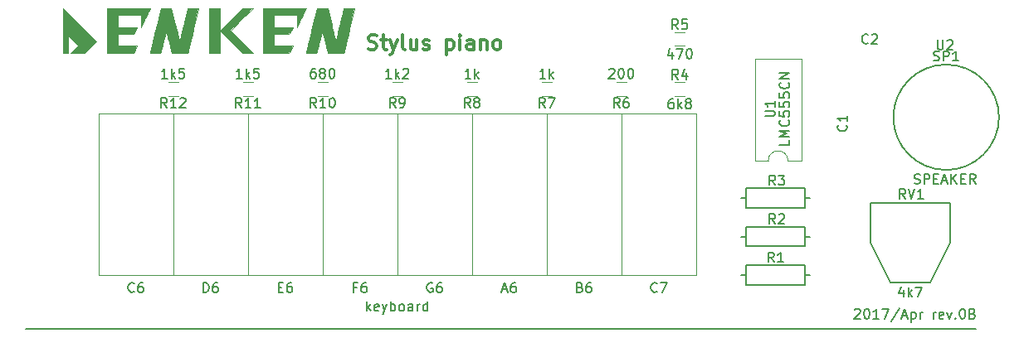
<source format=gto>
G04 #@! TF.FileFunction,Legend,Top*
%FSLAX46Y46*%
G04 Gerber Fmt 4.6, Leading zero omitted, Abs format (unit mm)*
G04 Created by KiCad (PCBNEW 4.0.2-stable) date 2017/04/14 20:47:14*
%MOMM*%
G01*
G04 APERTURE LIST*
%ADD10C,0.100000*%
%ADD11C,0.200000*%
%ADD12C,0.300000*%
%ADD13C,0.150000*%
%ADD14C,0.120000*%
%ADD15C,0.010000*%
%ADD16C,2.500000*%
%ADD17C,1.600000*%
%ADD18C,1.800000*%
%ADD19R,1.800000X1.800000*%
%ADD20R,1.200000X0.900000*%
%ADD21C,2.000000*%
%ADD22R,2.200000X2.200000*%
%ADD23R,2.400000X1.600000*%
%ADD24O,2.400000X1.600000*%
%ADD25R,5.000000X15.000000*%
G04 APERTURE END LIST*
D10*
D11*
X117000000Y-116000000D02*
X214000000Y-116000000D01*
D12*
X152000000Y-87357143D02*
X152214286Y-87428571D01*
X152571429Y-87428571D01*
X152714286Y-87357143D01*
X152785715Y-87285714D01*
X152857143Y-87142857D01*
X152857143Y-87000000D01*
X152785715Y-86857143D01*
X152714286Y-86785714D01*
X152571429Y-86714286D01*
X152285715Y-86642857D01*
X152142857Y-86571429D01*
X152071429Y-86500000D01*
X152000000Y-86357143D01*
X152000000Y-86214286D01*
X152071429Y-86071429D01*
X152142857Y-86000000D01*
X152285715Y-85928571D01*
X152642857Y-85928571D01*
X152857143Y-86000000D01*
X153285714Y-86428571D02*
X153857143Y-86428571D01*
X153500000Y-85928571D02*
X153500000Y-87214286D01*
X153571428Y-87357143D01*
X153714286Y-87428571D01*
X153857143Y-87428571D01*
X154214286Y-86428571D02*
X154571429Y-87428571D01*
X154928571Y-86428571D02*
X154571429Y-87428571D01*
X154428571Y-87785714D01*
X154357143Y-87857143D01*
X154214286Y-87928571D01*
X155714286Y-87428571D02*
X155571428Y-87357143D01*
X155500000Y-87214286D01*
X155500000Y-85928571D01*
X156928571Y-86428571D02*
X156928571Y-87428571D01*
X156285714Y-86428571D02*
X156285714Y-87214286D01*
X156357142Y-87357143D01*
X156500000Y-87428571D01*
X156714285Y-87428571D01*
X156857142Y-87357143D01*
X156928571Y-87285714D01*
X157571428Y-87357143D02*
X157714285Y-87428571D01*
X158000000Y-87428571D01*
X158142857Y-87357143D01*
X158214285Y-87214286D01*
X158214285Y-87142857D01*
X158142857Y-87000000D01*
X158000000Y-86928571D01*
X157785714Y-86928571D01*
X157642857Y-86857143D01*
X157571428Y-86714286D01*
X157571428Y-86642857D01*
X157642857Y-86500000D01*
X157785714Y-86428571D01*
X158000000Y-86428571D01*
X158142857Y-86500000D01*
X160000000Y-86428571D02*
X160000000Y-87928571D01*
X160000000Y-86500000D02*
X160142857Y-86428571D01*
X160428571Y-86428571D01*
X160571428Y-86500000D01*
X160642857Y-86571429D01*
X160714286Y-86714286D01*
X160714286Y-87142857D01*
X160642857Y-87285714D01*
X160571428Y-87357143D01*
X160428571Y-87428571D01*
X160142857Y-87428571D01*
X160000000Y-87357143D01*
X161357143Y-87428571D02*
X161357143Y-86428571D01*
X161357143Y-85928571D02*
X161285714Y-86000000D01*
X161357143Y-86071429D01*
X161428571Y-86000000D01*
X161357143Y-85928571D01*
X161357143Y-86071429D01*
X162714286Y-87428571D02*
X162714286Y-86642857D01*
X162642857Y-86500000D01*
X162500000Y-86428571D01*
X162214286Y-86428571D01*
X162071429Y-86500000D01*
X162714286Y-87357143D02*
X162571429Y-87428571D01*
X162214286Y-87428571D01*
X162071429Y-87357143D01*
X162000000Y-87214286D01*
X162000000Y-87071429D01*
X162071429Y-86928571D01*
X162214286Y-86857143D01*
X162571429Y-86857143D01*
X162714286Y-86785714D01*
X163428572Y-86428571D02*
X163428572Y-87428571D01*
X163428572Y-86571429D02*
X163500000Y-86500000D01*
X163642858Y-86428571D01*
X163857143Y-86428571D01*
X164000000Y-86500000D01*
X164071429Y-86642857D01*
X164071429Y-87428571D01*
X165000001Y-87428571D02*
X164857143Y-87357143D01*
X164785715Y-87285714D01*
X164714286Y-87142857D01*
X164714286Y-86714286D01*
X164785715Y-86571429D01*
X164857143Y-86500000D01*
X165000001Y-86428571D01*
X165214286Y-86428571D01*
X165357143Y-86500000D01*
X165428572Y-86571429D01*
X165500001Y-86714286D01*
X165500001Y-87142857D01*
X165428572Y-87285714D01*
X165357143Y-87357143D01*
X165214286Y-87428571D01*
X165000001Y-87428571D01*
D13*
X201607142Y-114047619D02*
X201654761Y-114000000D01*
X201749999Y-113952381D01*
X201988095Y-113952381D01*
X202083333Y-114000000D01*
X202130952Y-114047619D01*
X202178571Y-114142857D01*
X202178571Y-114238095D01*
X202130952Y-114380952D01*
X201559523Y-114952381D01*
X202178571Y-114952381D01*
X202797618Y-113952381D02*
X202892857Y-113952381D01*
X202988095Y-114000000D01*
X203035714Y-114047619D01*
X203083333Y-114142857D01*
X203130952Y-114333333D01*
X203130952Y-114571429D01*
X203083333Y-114761905D01*
X203035714Y-114857143D01*
X202988095Y-114904762D01*
X202892857Y-114952381D01*
X202797618Y-114952381D01*
X202702380Y-114904762D01*
X202654761Y-114857143D01*
X202607142Y-114761905D01*
X202559523Y-114571429D01*
X202559523Y-114333333D01*
X202607142Y-114142857D01*
X202654761Y-114047619D01*
X202702380Y-114000000D01*
X202797618Y-113952381D01*
X204083333Y-114952381D02*
X203511904Y-114952381D01*
X203797618Y-114952381D02*
X203797618Y-113952381D01*
X203702380Y-114095238D01*
X203607142Y-114190476D01*
X203511904Y-114238095D01*
X204416666Y-113952381D02*
X205083333Y-113952381D01*
X204654761Y-114952381D01*
X206178571Y-113904762D02*
X205321428Y-115190476D01*
X206464285Y-114666667D02*
X206940476Y-114666667D01*
X206369047Y-114952381D02*
X206702380Y-113952381D01*
X207035714Y-114952381D01*
X207369047Y-114285714D02*
X207369047Y-115285714D01*
X207369047Y-114333333D02*
X207464285Y-114285714D01*
X207654762Y-114285714D01*
X207750000Y-114333333D01*
X207797619Y-114380952D01*
X207845238Y-114476190D01*
X207845238Y-114761905D01*
X207797619Y-114857143D01*
X207750000Y-114904762D01*
X207654762Y-114952381D01*
X207464285Y-114952381D01*
X207369047Y-114904762D01*
X208273809Y-114952381D02*
X208273809Y-114285714D01*
X208273809Y-114476190D02*
X208321428Y-114380952D01*
X208369047Y-114333333D01*
X208464285Y-114285714D01*
X208559524Y-114285714D01*
X209654762Y-114952381D02*
X209654762Y-114285714D01*
X209654762Y-114476190D02*
X209702381Y-114380952D01*
X209750000Y-114333333D01*
X209845238Y-114285714D01*
X209940477Y-114285714D01*
X210654763Y-114904762D02*
X210559525Y-114952381D01*
X210369048Y-114952381D01*
X210273810Y-114904762D01*
X210226191Y-114809524D01*
X210226191Y-114428571D01*
X210273810Y-114333333D01*
X210369048Y-114285714D01*
X210559525Y-114285714D01*
X210654763Y-114333333D01*
X210702382Y-114428571D01*
X210702382Y-114523810D01*
X210226191Y-114619048D01*
X211035715Y-114285714D02*
X211273810Y-114952381D01*
X211511906Y-114285714D01*
X211892858Y-114857143D02*
X211940477Y-114904762D01*
X211892858Y-114952381D01*
X211845239Y-114904762D01*
X211892858Y-114857143D01*
X211892858Y-114952381D01*
X212559524Y-113952381D02*
X212654763Y-113952381D01*
X212750001Y-114000000D01*
X212797620Y-114047619D01*
X212845239Y-114142857D01*
X212892858Y-114333333D01*
X212892858Y-114571429D01*
X212845239Y-114761905D01*
X212797620Y-114857143D01*
X212750001Y-114904762D01*
X212654763Y-114952381D01*
X212559524Y-114952381D01*
X212464286Y-114904762D01*
X212416667Y-114857143D01*
X212369048Y-114761905D01*
X212321429Y-114571429D01*
X212321429Y-114333333D01*
X212369048Y-114142857D01*
X212416667Y-114047619D01*
X212464286Y-114000000D01*
X212559524Y-113952381D01*
X213654763Y-114428571D02*
X213797620Y-114476190D01*
X213845239Y-114523810D01*
X213892858Y-114619048D01*
X213892858Y-114761905D01*
X213845239Y-114857143D01*
X213797620Y-114904762D01*
X213702382Y-114952381D01*
X213321429Y-114952381D01*
X213321429Y-113952381D01*
X213654763Y-113952381D01*
X213750001Y-114000000D01*
X213797620Y-114047619D01*
X213845239Y-114142857D01*
X213845239Y-114238095D01*
X213797620Y-114333333D01*
X213750001Y-114380952D01*
X213654763Y-114428571D01*
X213321429Y-114428571D01*
X196548000Y-110490000D02*
X197048000Y-110490000D01*
X190548000Y-110490000D02*
X190048000Y-110490000D01*
X196548000Y-111490000D02*
X190548000Y-111490000D01*
X190548000Y-111490000D02*
X190548000Y-109490000D01*
X196548000Y-109490000D02*
X196548000Y-111490000D01*
X190548000Y-109490000D02*
X196548000Y-109490000D01*
X190548000Y-106553000D02*
X190048000Y-106553000D01*
X196548000Y-106553000D02*
X197048000Y-106553000D01*
X190548000Y-105553000D02*
X196548000Y-105553000D01*
X196548000Y-105553000D02*
X196548000Y-107553000D01*
X190548000Y-107553000D02*
X190548000Y-105553000D01*
X196548000Y-107553000D02*
X190548000Y-107553000D01*
X196548000Y-102616000D02*
X197048000Y-102616000D01*
X190548000Y-102616000D02*
X190048000Y-102616000D01*
X196548000Y-103616000D02*
X190548000Y-103616000D01*
X190548000Y-103616000D02*
X190548000Y-101616000D01*
X196548000Y-101616000D02*
X196548000Y-103616000D01*
X190548000Y-101616000D02*
X196548000Y-101616000D01*
D14*
X177300000Y-90800000D02*
X178300000Y-90800000D01*
X178300000Y-92160000D02*
X177300000Y-92160000D01*
X169680000Y-90800000D02*
X170680000Y-90800000D01*
X170680000Y-92160000D02*
X169680000Y-92160000D01*
X162060000Y-90800000D02*
X163060000Y-90800000D01*
X163060000Y-92160000D02*
X162060000Y-92160000D01*
X154440000Y-90800000D02*
X155440000Y-90800000D01*
X155440000Y-92160000D02*
X154440000Y-92160000D01*
X146820000Y-90800000D02*
X147820000Y-90800000D01*
X147820000Y-92160000D02*
X146820000Y-92160000D01*
X139200000Y-90800000D02*
X140200000Y-90800000D01*
X140200000Y-92160000D02*
X139200000Y-92160000D01*
X131580000Y-90800000D02*
X132580000Y-90800000D01*
X132580000Y-92160000D02*
X131580000Y-92160000D01*
D13*
X211328000Y-103124000D02*
X203200000Y-103124000D01*
X203200000Y-103124000D02*
X203200000Y-107188000D01*
X203200000Y-107188000D02*
X205232000Y-111252000D01*
X205232000Y-111252000D02*
X209296000Y-111252000D01*
X209296000Y-111252000D02*
X211328000Y-107188000D01*
X211328000Y-107188000D02*
X211328000Y-103124000D01*
X216335154Y-94361000D02*
G75*
G03X216335154Y-94361000I-5388154J0D01*
G01*
D14*
X194802000Y-98799000D02*
X196172000Y-98799000D01*
X196172000Y-98799000D02*
X196172000Y-88399000D01*
X196172000Y-88399000D02*
X191432000Y-88399000D01*
X191432000Y-88399000D02*
X191432000Y-98799000D01*
X191432000Y-98799000D02*
X192802000Y-98799000D01*
X192802000Y-98799000D02*
G75*
G02X194802000Y-98799000I1000000J0D01*
G01*
D10*
X177800000Y-99100000D02*
X177800000Y-94020000D01*
X170180000Y-99100000D02*
X170180000Y-94020000D01*
X162560000Y-99100000D02*
X162560000Y-94020000D01*
X154940000Y-99100000D02*
X154940000Y-94020000D01*
X147320000Y-99100000D02*
X147320000Y-94020000D01*
X139700000Y-99100000D02*
X139700000Y-94020000D01*
X132080000Y-99100000D02*
X132080000Y-94020000D01*
X185420000Y-99100000D02*
X185420000Y-94020000D01*
X185420000Y-94020000D02*
X124460000Y-94020000D01*
X124460000Y-94020000D02*
X124460000Y-99100000D01*
X124460000Y-99100000D02*
X124460000Y-110530000D01*
X124460000Y-110530000D02*
X132080000Y-110530000D01*
X132080000Y-110530000D02*
X139700000Y-110530000D01*
X139700000Y-110530000D02*
X185420000Y-110530000D01*
X185420000Y-110530000D02*
X185420000Y-99100000D01*
X177800000Y-99100000D02*
X177800000Y-110530000D01*
X170180000Y-99100000D02*
X170180000Y-110530000D01*
X162560000Y-99100000D02*
X162560000Y-110530000D01*
X154940000Y-110530000D02*
X154940000Y-99100000D01*
X147320000Y-99100000D02*
X147320000Y-110530000D01*
X139700000Y-99100000D02*
X139700000Y-110530000D01*
X132080000Y-99100000D02*
X132080000Y-110530000D01*
D14*
X184269000Y-92160000D02*
X183269000Y-92160000D01*
X183269000Y-90800000D02*
X184269000Y-90800000D01*
X184269000Y-87040000D02*
X183269000Y-87040000D01*
X183269000Y-85680000D02*
X184269000Y-85680000D01*
D15*
G36*
X122541997Y-84908177D02*
X124228554Y-86594729D01*
X123635475Y-87187824D01*
X123042396Y-87780920D01*
X121645406Y-87780920D01*
X122013684Y-87412615D01*
X122381963Y-87044310D01*
X121887941Y-86550288D01*
X121393920Y-86056266D01*
X121393920Y-87780920D01*
X120855440Y-87780920D01*
X120855440Y-83221626D01*
X122541997Y-84908177D01*
X122541997Y-84908177D01*
G37*
X122541997Y-84908177D02*
X124228554Y-86594729D01*
X123635475Y-87187824D01*
X123042396Y-87780920D01*
X121645406Y-87780920D01*
X122013684Y-87412615D01*
X122381963Y-87044310D01*
X121887941Y-86550288D01*
X121393920Y-86056266D01*
X121393920Y-87780920D01*
X120855440Y-87780920D01*
X120855440Y-83221626D01*
X122541997Y-84908177D01*
G36*
X127679665Y-83224167D02*
X127826186Y-83224190D01*
X127969796Y-83224228D01*
X128110169Y-83224280D01*
X128246978Y-83224345D01*
X128379897Y-83224424D01*
X128508600Y-83224516D01*
X128632760Y-83224619D01*
X128752050Y-83224735D01*
X128866144Y-83224861D01*
X128974716Y-83224998D01*
X129077439Y-83225145D01*
X129173986Y-83225302D01*
X129264032Y-83225468D01*
X129347249Y-83225643D01*
X129423312Y-83225826D01*
X129491893Y-83226017D01*
X129552667Y-83226214D01*
X129605307Y-83226419D01*
X129649486Y-83226629D01*
X129684877Y-83226845D01*
X129711156Y-83227066D01*
X129727994Y-83227292D01*
X129735066Y-83227522D01*
X129735280Y-83227569D01*
X129733093Y-83232388D01*
X129726704Y-83245810D01*
X129716370Y-83267308D01*
X129702347Y-83296355D01*
X129684892Y-83332425D01*
X129664261Y-83374991D01*
X129640711Y-83423527D01*
X129614499Y-83477505D01*
X129585882Y-83536399D01*
X129555116Y-83599683D01*
X129522457Y-83666830D01*
X129488162Y-83737313D01*
X129452489Y-83810605D01*
X129415693Y-83886180D01*
X129378032Y-83963511D01*
X129339761Y-84042072D01*
X129301138Y-84121336D01*
X129262419Y-84200776D01*
X129223861Y-84279865D01*
X129185721Y-84358078D01*
X129148254Y-84434886D01*
X129111719Y-84509765D01*
X129076371Y-84582186D01*
X129042466Y-84651623D01*
X129010263Y-84717551D01*
X128980017Y-84779441D01*
X128951985Y-84836767D01*
X128926424Y-84889004D01*
X128903590Y-84935623D01*
X128883740Y-84976098D01*
X128867130Y-85009904D01*
X128854018Y-85036512D01*
X128844660Y-85055397D01*
X128840793Y-85063120D01*
X128806172Y-85131700D01*
X128805640Y-83930280D01*
X126438360Y-83930280D01*
X126438360Y-85139320D01*
X128368750Y-85139320D01*
X128189686Y-85497491D01*
X128010621Y-85855663D01*
X127241000Y-85855599D01*
X127153113Y-85855592D01*
X127067843Y-85855586D01*
X126985760Y-85855580D01*
X126907432Y-85855575D01*
X126833428Y-85855570D01*
X126764315Y-85855567D01*
X126700663Y-85855564D01*
X126643039Y-85855562D01*
X126592013Y-85855560D01*
X126512027Y-85855560D01*
X126484204Y-85855561D01*
X126465252Y-85855563D01*
X126455740Y-85855566D01*
X126454870Y-85855567D01*
X126438360Y-85855600D01*
X126438360Y-87064640D01*
X128368750Y-87064640D01*
X128189702Y-87422780D01*
X128010653Y-87780920D01*
X125325840Y-87780920D01*
X125325840Y-83224160D01*
X127530560Y-83224160D01*
X127679665Y-83224167D01*
X127679665Y-83224167D01*
G37*
X127679665Y-83224167D02*
X127826186Y-83224190D01*
X127969796Y-83224228D01*
X128110169Y-83224280D01*
X128246978Y-83224345D01*
X128379897Y-83224424D01*
X128508600Y-83224516D01*
X128632760Y-83224619D01*
X128752050Y-83224735D01*
X128866144Y-83224861D01*
X128974716Y-83224998D01*
X129077439Y-83225145D01*
X129173986Y-83225302D01*
X129264032Y-83225468D01*
X129347249Y-83225643D01*
X129423312Y-83225826D01*
X129491893Y-83226017D01*
X129552667Y-83226214D01*
X129605307Y-83226419D01*
X129649486Y-83226629D01*
X129684877Y-83226845D01*
X129711156Y-83227066D01*
X129727994Y-83227292D01*
X129735066Y-83227522D01*
X129735280Y-83227569D01*
X129733093Y-83232388D01*
X129726704Y-83245810D01*
X129716370Y-83267308D01*
X129702347Y-83296355D01*
X129684892Y-83332425D01*
X129664261Y-83374991D01*
X129640711Y-83423527D01*
X129614499Y-83477505D01*
X129585882Y-83536399D01*
X129555116Y-83599683D01*
X129522457Y-83666830D01*
X129488162Y-83737313D01*
X129452489Y-83810605D01*
X129415693Y-83886180D01*
X129378032Y-83963511D01*
X129339761Y-84042072D01*
X129301138Y-84121336D01*
X129262419Y-84200776D01*
X129223861Y-84279865D01*
X129185721Y-84358078D01*
X129148254Y-84434886D01*
X129111719Y-84509765D01*
X129076371Y-84582186D01*
X129042466Y-84651623D01*
X129010263Y-84717551D01*
X128980017Y-84779441D01*
X128951985Y-84836767D01*
X128926424Y-84889004D01*
X128903590Y-84935623D01*
X128883740Y-84976098D01*
X128867130Y-85009904D01*
X128854018Y-85036512D01*
X128844660Y-85055397D01*
X128840793Y-85063120D01*
X128806172Y-85131700D01*
X128805640Y-83930280D01*
X126438360Y-83930280D01*
X126438360Y-85139320D01*
X128368750Y-85139320D01*
X128189686Y-85497491D01*
X128010621Y-85855663D01*
X127241000Y-85855599D01*
X127153113Y-85855592D01*
X127067843Y-85855586D01*
X126985760Y-85855580D01*
X126907432Y-85855575D01*
X126833428Y-85855570D01*
X126764315Y-85855567D01*
X126700663Y-85855564D01*
X126643039Y-85855562D01*
X126592013Y-85855560D01*
X126512027Y-85855560D01*
X126484204Y-85855561D01*
X126465252Y-85855563D01*
X126455740Y-85855566D01*
X126454870Y-85855567D01*
X126438360Y-85855600D01*
X126438360Y-87064640D01*
X128368750Y-87064640D01*
X128189702Y-87422780D01*
X128010653Y-87780920D01*
X125325840Y-87780920D01*
X125325840Y-83224160D01*
X127530560Y-83224160D01*
X127679665Y-83224167D01*
G36*
X132310718Y-84921253D02*
X132352629Y-85090946D01*
X132392458Y-85252062D01*
X132430187Y-85404527D01*
X132465797Y-85548272D01*
X132499271Y-85683223D01*
X132530591Y-85809310D01*
X132559739Y-85926460D01*
X132586697Y-86034602D01*
X132611447Y-86133664D01*
X132633971Y-86223575D01*
X132654252Y-86304263D01*
X132672270Y-86375656D01*
X132688009Y-86437682D01*
X132701449Y-86490270D01*
X132712575Y-86533348D01*
X132721366Y-86566844D01*
X132727806Y-86590687D01*
X132731876Y-86604805D01*
X132733558Y-86609127D01*
X132733574Y-86609099D01*
X132735053Y-86603505D01*
X132738834Y-86588397D01*
X132744828Y-86564140D01*
X132752947Y-86531094D01*
X132763103Y-86489621D01*
X132775208Y-86440085D01*
X132789174Y-86382847D01*
X132804913Y-86318270D01*
X132822336Y-86246716D01*
X132841356Y-86168547D01*
X132861884Y-86084125D01*
X132883833Y-85993813D01*
X132907114Y-85897973D01*
X132931640Y-85796966D01*
X132957322Y-85691156D01*
X132984072Y-85580905D01*
X133011802Y-85466574D01*
X133040424Y-85348527D01*
X133069850Y-85227124D01*
X133099992Y-85102730D01*
X133130761Y-84975705D01*
X133141578Y-84931040D01*
X133172569Y-84803077D01*
X133202967Y-84677566D01*
X133232686Y-84554872D01*
X133261637Y-84435361D01*
X133289731Y-84319396D01*
X133316880Y-84207344D01*
X133342995Y-84099569D01*
X133367988Y-83996436D01*
X133391770Y-83898311D01*
X133414253Y-83805557D01*
X133435349Y-83718542D01*
X133454968Y-83637628D01*
X133473022Y-83563182D01*
X133489423Y-83495569D01*
X133504082Y-83435153D01*
X133516911Y-83382300D01*
X133527822Y-83337374D01*
X133536725Y-83300741D01*
X133543532Y-83272766D01*
X133548155Y-83253814D01*
X133550506Y-83244249D01*
X133550769Y-83243210D01*
X133555831Y-83224160D01*
X134671145Y-83224160D01*
X134151535Y-85374269D01*
X134116147Y-85520703D01*
X134081234Y-85665167D01*
X134046880Y-85807319D01*
X134013167Y-85946817D01*
X133980178Y-86083317D01*
X133947995Y-86216478D01*
X133916702Y-86345957D01*
X133886382Y-86471412D01*
X133857116Y-86592499D01*
X133828988Y-86708877D01*
X133802081Y-86820203D01*
X133776478Y-86926135D01*
X133752260Y-87026330D01*
X133729512Y-87120445D01*
X133708315Y-87208138D01*
X133688753Y-87289067D01*
X133670908Y-87362888D01*
X133654863Y-87429261D01*
X133640701Y-87487841D01*
X133628505Y-87538287D01*
X133618357Y-87580256D01*
X133610341Y-87613405D01*
X133604538Y-87637393D01*
X133601033Y-87651876D01*
X133600845Y-87652650D01*
X133569765Y-87780920D01*
X131935397Y-87780920D01*
X131930844Y-87764410D01*
X131929167Y-87757996D01*
X131925076Y-87742192D01*
X131918687Y-87717444D01*
X131910115Y-87684201D01*
X131899476Y-87642912D01*
X131886885Y-87594026D01*
X131872458Y-87537990D01*
X131856309Y-87475254D01*
X131838555Y-87406266D01*
X131819311Y-87331474D01*
X131798693Y-87251328D01*
X131776815Y-87166274D01*
X131753793Y-87076763D01*
X131729742Y-86983242D01*
X131704779Y-86886161D01*
X131679018Y-86785967D01*
X131652575Y-86683108D01*
X131642456Y-86643749D01*
X131610878Y-86520915D01*
X131581727Y-86407552D01*
X131554904Y-86303288D01*
X131530309Y-86207754D01*
X131507843Y-86120577D01*
X131487408Y-86041388D01*
X131468903Y-85969816D01*
X131452230Y-85905490D01*
X131437289Y-85848039D01*
X131423982Y-85797093D01*
X131412208Y-85752281D01*
X131401869Y-85713233D01*
X131392865Y-85679577D01*
X131385097Y-85650944D01*
X131378467Y-85626962D01*
X131372874Y-85607260D01*
X131368220Y-85591468D01*
X131364404Y-85579216D01*
X131361329Y-85570132D01*
X131358895Y-85563846D01*
X131357002Y-85559988D01*
X131355551Y-85558186D01*
X131354443Y-85558070D01*
X131353580Y-85559269D01*
X131352860Y-85561413D01*
X131352781Y-85561709D01*
X131350967Y-85568740D01*
X131346761Y-85585145D01*
X131340283Y-85610451D01*
X131331654Y-85644188D01*
X131320995Y-85685883D01*
X131308426Y-85735065D01*
X131294066Y-85791263D01*
X131278037Y-85854004D01*
X131260460Y-85922819D01*
X131241454Y-85997235D01*
X131221139Y-86076781D01*
X131199637Y-86160985D01*
X131177068Y-86249376D01*
X131153552Y-86341483D01*
X131129210Y-86436833D01*
X131104162Y-86534956D01*
X131086956Y-86602360D01*
X131061267Y-86702996D01*
X131036072Y-86801686D01*
X131011500Y-86897921D01*
X130987681Y-86991196D01*
X130964744Y-87081001D01*
X130942820Y-87166830D01*
X130922038Y-87248176D01*
X130902528Y-87324531D01*
X130884419Y-87395388D01*
X130867841Y-87460239D01*
X130852924Y-87518577D01*
X130839797Y-87569896D01*
X130828590Y-87613687D01*
X130819432Y-87649443D01*
X130812454Y-87676657D01*
X130807785Y-87694822D01*
X130806212Y-87700910D01*
X130785452Y-87780920D01*
X130247666Y-87780920D01*
X130174679Y-87780905D01*
X130104611Y-87780862D01*
X130038123Y-87780792D01*
X129975876Y-87780698D01*
X129918531Y-87780582D01*
X129866748Y-87780445D01*
X129821190Y-87780290D01*
X129782516Y-87780118D01*
X129751388Y-87779932D01*
X129728467Y-87779733D01*
X129714414Y-87779524D01*
X129709880Y-87779316D01*
X129711087Y-87772510D01*
X129714661Y-87756143D01*
X129720529Y-87730516D01*
X129728620Y-87695929D01*
X129738861Y-87652685D01*
X129751181Y-87601085D01*
X129765508Y-87541429D01*
X129781770Y-87474020D01*
X129799894Y-87399158D01*
X129819809Y-87317145D01*
X129841442Y-87228282D01*
X129844183Y-87217040D01*
X129852995Y-87180886D01*
X129864097Y-87135322D01*
X129877377Y-87080808D01*
X129892723Y-87017804D01*
X129910023Y-86946772D01*
X129929164Y-86868171D01*
X129950035Y-86782464D01*
X129972522Y-86690110D01*
X129996514Y-86591571D01*
X130021899Y-86487308D01*
X130048565Y-86377780D01*
X130076399Y-86263450D01*
X130105289Y-86144777D01*
X130135123Y-86022223D01*
X130165789Y-85896248D01*
X130197174Y-85767314D01*
X130229167Y-85635880D01*
X130261655Y-85502409D01*
X130294526Y-85367360D01*
X130327668Y-85231194D01*
X130360969Y-85094373D01*
X130379703Y-85017400D01*
X130815523Y-83226700D01*
X131353631Y-83225414D01*
X131891740Y-83224129D01*
X132310718Y-84921253D01*
X132310718Y-84921253D01*
G37*
X132310718Y-84921253D02*
X132352629Y-85090946D01*
X132392458Y-85252062D01*
X132430187Y-85404527D01*
X132465797Y-85548272D01*
X132499271Y-85683223D01*
X132530591Y-85809310D01*
X132559739Y-85926460D01*
X132586697Y-86034602D01*
X132611447Y-86133664D01*
X132633971Y-86223575D01*
X132654252Y-86304263D01*
X132672270Y-86375656D01*
X132688009Y-86437682D01*
X132701449Y-86490270D01*
X132712575Y-86533348D01*
X132721366Y-86566844D01*
X132727806Y-86590687D01*
X132731876Y-86604805D01*
X132733558Y-86609127D01*
X132733574Y-86609099D01*
X132735053Y-86603505D01*
X132738834Y-86588397D01*
X132744828Y-86564140D01*
X132752947Y-86531094D01*
X132763103Y-86489621D01*
X132775208Y-86440085D01*
X132789174Y-86382847D01*
X132804913Y-86318270D01*
X132822336Y-86246716D01*
X132841356Y-86168547D01*
X132861884Y-86084125D01*
X132883833Y-85993813D01*
X132907114Y-85897973D01*
X132931640Y-85796966D01*
X132957322Y-85691156D01*
X132984072Y-85580905D01*
X133011802Y-85466574D01*
X133040424Y-85348527D01*
X133069850Y-85227124D01*
X133099992Y-85102730D01*
X133130761Y-84975705D01*
X133141578Y-84931040D01*
X133172569Y-84803077D01*
X133202967Y-84677566D01*
X133232686Y-84554872D01*
X133261637Y-84435361D01*
X133289731Y-84319396D01*
X133316880Y-84207344D01*
X133342995Y-84099569D01*
X133367988Y-83996436D01*
X133391770Y-83898311D01*
X133414253Y-83805557D01*
X133435349Y-83718542D01*
X133454968Y-83637628D01*
X133473022Y-83563182D01*
X133489423Y-83495569D01*
X133504082Y-83435153D01*
X133516911Y-83382300D01*
X133527822Y-83337374D01*
X133536725Y-83300741D01*
X133543532Y-83272766D01*
X133548155Y-83253814D01*
X133550506Y-83244249D01*
X133550769Y-83243210D01*
X133555831Y-83224160D01*
X134671145Y-83224160D01*
X134151535Y-85374269D01*
X134116147Y-85520703D01*
X134081234Y-85665167D01*
X134046880Y-85807319D01*
X134013167Y-85946817D01*
X133980178Y-86083317D01*
X133947995Y-86216478D01*
X133916702Y-86345957D01*
X133886382Y-86471412D01*
X133857116Y-86592499D01*
X133828988Y-86708877D01*
X133802081Y-86820203D01*
X133776478Y-86926135D01*
X133752260Y-87026330D01*
X133729512Y-87120445D01*
X133708315Y-87208138D01*
X133688753Y-87289067D01*
X133670908Y-87362888D01*
X133654863Y-87429261D01*
X133640701Y-87487841D01*
X133628505Y-87538287D01*
X133618357Y-87580256D01*
X133610341Y-87613405D01*
X133604538Y-87637393D01*
X133601033Y-87651876D01*
X133600845Y-87652650D01*
X133569765Y-87780920D01*
X131935397Y-87780920D01*
X131930844Y-87764410D01*
X131929167Y-87757996D01*
X131925076Y-87742192D01*
X131918687Y-87717444D01*
X131910115Y-87684201D01*
X131899476Y-87642912D01*
X131886885Y-87594026D01*
X131872458Y-87537990D01*
X131856309Y-87475254D01*
X131838555Y-87406266D01*
X131819311Y-87331474D01*
X131798693Y-87251328D01*
X131776815Y-87166274D01*
X131753793Y-87076763D01*
X131729742Y-86983242D01*
X131704779Y-86886161D01*
X131679018Y-86785967D01*
X131652575Y-86683108D01*
X131642456Y-86643749D01*
X131610878Y-86520915D01*
X131581727Y-86407552D01*
X131554904Y-86303288D01*
X131530309Y-86207754D01*
X131507843Y-86120577D01*
X131487408Y-86041388D01*
X131468903Y-85969816D01*
X131452230Y-85905490D01*
X131437289Y-85848039D01*
X131423982Y-85797093D01*
X131412208Y-85752281D01*
X131401869Y-85713233D01*
X131392865Y-85679577D01*
X131385097Y-85650944D01*
X131378467Y-85626962D01*
X131372874Y-85607260D01*
X131368220Y-85591468D01*
X131364404Y-85579216D01*
X131361329Y-85570132D01*
X131358895Y-85563846D01*
X131357002Y-85559988D01*
X131355551Y-85558186D01*
X131354443Y-85558070D01*
X131353580Y-85559269D01*
X131352860Y-85561413D01*
X131352781Y-85561709D01*
X131350967Y-85568740D01*
X131346761Y-85585145D01*
X131340283Y-85610451D01*
X131331654Y-85644188D01*
X131320995Y-85685883D01*
X131308426Y-85735065D01*
X131294066Y-85791263D01*
X131278037Y-85854004D01*
X131260460Y-85922819D01*
X131241454Y-85997235D01*
X131221139Y-86076781D01*
X131199637Y-86160985D01*
X131177068Y-86249376D01*
X131153552Y-86341483D01*
X131129210Y-86436833D01*
X131104162Y-86534956D01*
X131086956Y-86602360D01*
X131061267Y-86702996D01*
X131036072Y-86801686D01*
X131011500Y-86897921D01*
X130987681Y-86991196D01*
X130964744Y-87081001D01*
X130942820Y-87166830D01*
X130922038Y-87248176D01*
X130902528Y-87324531D01*
X130884419Y-87395388D01*
X130867841Y-87460239D01*
X130852924Y-87518577D01*
X130839797Y-87569896D01*
X130828590Y-87613687D01*
X130819432Y-87649443D01*
X130812454Y-87676657D01*
X130807785Y-87694822D01*
X130806212Y-87700910D01*
X130785452Y-87780920D01*
X130247666Y-87780920D01*
X130174679Y-87780905D01*
X130104611Y-87780862D01*
X130038123Y-87780792D01*
X129975876Y-87780698D01*
X129918531Y-87780582D01*
X129866748Y-87780445D01*
X129821190Y-87780290D01*
X129782516Y-87780118D01*
X129751388Y-87779932D01*
X129728467Y-87779733D01*
X129714414Y-87779524D01*
X129709880Y-87779316D01*
X129711087Y-87772510D01*
X129714661Y-87756143D01*
X129720529Y-87730516D01*
X129728620Y-87695929D01*
X129738861Y-87652685D01*
X129751181Y-87601085D01*
X129765508Y-87541429D01*
X129781770Y-87474020D01*
X129799894Y-87399158D01*
X129819809Y-87317145D01*
X129841442Y-87228282D01*
X129844183Y-87217040D01*
X129852995Y-87180886D01*
X129864097Y-87135322D01*
X129877377Y-87080808D01*
X129892723Y-87017804D01*
X129910023Y-86946772D01*
X129929164Y-86868171D01*
X129950035Y-86782464D01*
X129972522Y-86690110D01*
X129996514Y-86591571D01*
X130021899Y-86487308D01*
X130048565Y-86377780D01*
X130076399Y-86263450D01*
X130105289Y-86144777D01*
X130135123Y-86022223D01*
X130165789Y-85896248D01*
X130197174Y-85767314D01*
X130229167Y-85635880D01*
X130261655Y-85502409D01*
X130294526Y-85367360D01*
X130327668Y-85231194D01*
X130360969Y-85094373D01*
X130379703Y-85017400D01*
X130815523Y-83226700D01*
X131353631Y-83225414D01*
X131891740Y-83224129D01*
X132310718Y-84921253D01*
G36*
X136862520Y-85497451D02*
X137999174Y-84360805D01*
X139135828Y-83224160D01*
X140222931Y-83224160D01*
X139085019Y-84362080D01*
X137947108Y-85500000D01*
X139087560Y-86640460D01*
X140228011Y-87780920D01*
X139145988Y-87780920D01*
X136862520Y-85497468D01*
X136862520Y-87780920D01*
X135760160Y-87780920D01*
X135760160Y-83224160D01*
X136862520Y-83224160D01*
X136862520Y-85497451D01*
X136862520Y-85497451D01*
G37*
X136862520Y-85497451D02*
X137999174Y-84360805D01*
X139135828Y-83224160D01*
X140222931Y-83224160D01*
X139085019Y-84362080D01*
X137947108Y-85500000D01*
X139087560Y-86640460D01*
X140228011Y-87780920D01*
X139145988Y-87780920D01*
X136862520Y-85497468D01*
X136862520Y-87780920D01*
X135760160Y-87780920D01*
X135760160Y-83224160D01*
X136862520Y-83224160D01*
X136862520Y-85497451D01*
G36*
X143580065Y-83224167D02*
X143726586Y-83224190D01*
X143870196Y-83224228D01*
X144010569Y-83224280D01*
X144147378Y-83224345D01*
X144280297Y-83224424D01*
X144409000Y-83224516D01*
X144533160Y-83224619D01*
X144652450Y-83224735D01*
X144766544Y-83224861D01*
X144875116Y-83224998D01*
X144977839Y-83225145D01*
X145074386Y-83225302D01*
X145164432Y-83225468D01*
X145247649Y-83225643D01*
X145323712Y-83225826D01*
X145392293Y-83226017D01*
X145453067Y-83226214D01*
X145505707Y-83226419D01*
X145549886Y-83226629D01*
X145585277Y-83226845D01*
X145611556Y-83227066D01*
X145628394Y-83227292D01*
X145635466Y-83227522D01*
X145635680Y-83227569D01*
X145633493Y-83232388D01*
X145627104Y-83245810D01*
X145616770Y-83267308D01*
X145602747Y-83296355D01*
X145585292Y-83332425D01*
X145564661Y-83374991D01*
X145541111Y-83423527D01*
X145514899Y-83477505D01*
X145486282Y-83536399D01*
X145455516Y-83599683D01*
X145422857Y-83666830D01*
X145388562Y-83737313D01*
X145352889Y-83810605D01*
X145316093Y-83886180D01*
X145278432Y-83963511D01*
X145240161Y-84042072D01*
X145201538Y-84121336D01*
X145162819Y-84200776D01*
X145124261Y-84279865D01*
X145086121Y-84358078D01*
X145048654Y-84434886D01*
X145012119Y-84509765D01*
X144976771Y-84582186D01*
X144942866Y-84651623D01*
X144910663Y-84717551D01*
X144880417Y-84779441D01*
X144852385Y-84836767D01*
X144826824Y-84889004D01*
X144803990Y-84935623D01*
X144784140Y-84976098D01*
X144767530Y-85009904D01*
X144754418Y-85036512D01*
X144745060Y-85055397D01*
X144741193Y-85063120D01*
X144706572Y-85131700D01*
X144706040Y-83930280D01*
X142338760Y-83930280D01*
X142338760Y-85139320D01*
X144269150Y-85139320D01*
X144090086Y-85497491D01*
X143911021Y-85855663D01*
X143141400Y-85855599D01*
X143053513Y-85855592D01*
X142968243Y-85855586D01*
X142886160Y-85855580D01*
X142807832Y-85855575D01*
X142733828Y-85855570D01*
X142664715Y-85855567D01*
X142601063Y-85855564D01*
X142543439Y-85855562D01*
X142492413Y-85855560D01*
X142412427Y-85855560D01*
X142384604Y-85855561D01*
X142365652Y-85855563D01*
X142356140Y-85855566D01*
X142355270Y-85855567D01*
X142338760Y-85855600D01*
X142338760Y-87064640D01*
X144269150Y-87064640D01*
X144090102Y-87422780D01*
X143911053Y-87780920D01*
X141226240Y-87780920D01*
X141226240Y-83224160D01*
X143430960Y-83224160D01*
X143580065Y-83224167D01*
X143580065Y-83224167D01*
G37*
X143580065Y-83224167D02*
X143726586Y-83224190D01*
X143870196Y-83224228D01*
X144010569Y-83224280D01*
X144147378Y-83224345D01*
X144280297Y-83224424D01*
X144409000Y-83224516D01*
X144533160Y-83224619D01*
X144652450Y-83224735D01*
X144766544Y-83224861D01*
X144875116Y-83224998D01*
X144977839Y-83225145D01*
X145074386Y-83225302D01*
X145164432Y-83225468D01*
X145247649Y-83225643D01*
X145323712Y-83225826D01*
X145392293Y-83226017D01*
X145453067Y-83226214D01*
X145505707Y-83226419D01*
X145549886Y-83226629D01*
X145585277Y-83226845D01*
X145611556Y-83227066D01*
X145628394Y-83227292D01*
X145635466Y-83227522D01*
X145635680Y-83227569D01*
X145633493Y-83232388D01*
X145627104Y-83245810D01*
X145616770Y-83267308D01*
X145602747Y-83296355D01*
X145585292Y-83332425D01*
X145564661Y-83374991D01*
X145541111Y-83423527D01*
X145514899Y-83477505D01*
X145486282Y-83536399D01*
X145455516Y-83599683D01*
X145422857Y-83666830D01*
X145388562Y-83737313D01*
X145352889Y-83810605D01*
X145316093Y-83886180D01*
X145278432Y-83963511D01*
X145240161Y-84042072D01*
X145201538Y-84121336D01*
X145162819Y-84200776D01*
X145124261Y-84279865D01*
X145086121Y-84358078D01*
X145048654Y-84434886D01*
X145012119Y-84509765D01*
X144976771Y-84582186D01*
X144942866Y-84651623D01*
X144910663Y-84717551D01*
X144880417Y-84779441D01*
X144852385Y-84836767D01*
X144826824Y-84889004D01*
X144803990Y-84935623D01*
X144784140Y-84976098D01*
X144767530Y-85009904D01*
X144754418Y-85036512D01*
X144745060Y-85055397D01*
X144741193Y-85063120D01*
X144706572Y-85131700D01*
X144706040Y-83930280D01*
X142338760Y-83930280D01*
X142338760Y-85139320D01*
X144269150Y-85139320D01*
X144090086Y-85497491D01*
X143911021Y-85855663D01*
X143141400Y-85855599D01*
X143053513Y-85855592D01*
X142968243Y-85855586D01*
X142886160Y-85855580D01*
X142807832Y-85855575D01*
X142733828Y-85855570D01*
X142664715Y-85855567D01*
X142601063Y-85855564D01*
X142543439Y-85855562D01*
X142492413Y-85855560D01*
X142412427Y-85855560D01*
X142384604Y-85855561D01*
X142365652Y-85855563D01*
X142356140Y-85855566D01*
X142355270Y-85855567D01*
X142338760Y-85855600D01*
X142338760Y-87064640D01*
X144269150Y-87064640D01*
X144090102Y-87422780D01*
X143911053Y-87780920D01*
X141226240Y-87780920D01*
X141226240Y-83224160D01*
X143430960Y-83224160D01*
X143580065Y-83224167D01*
G36*
X148236518Y-84921253D02*
X148278429Y-85090946D01*
X148318258Y-85252062D01*
X148355987Y-85404527D01*
X148391597Y-85548272D01*
X148425071Y-85683223D01*
X148456391Y-85809310D01*
X148485539Y-85926460D01*
X148512497Y-86034602D01*
X148537247Y-86133664D01*
X148559771Y-86223575D01*
X148580052Y-86304263D01*
X148598070Y-86375656D01*
X148613809Y-86437682D01*
X148627249Y-86490270D01*
X148638375Y-86533348D01*
X148647166Y-86566844D01*
X148653606Y-86590687D01*
X148657676Y-86604805D01*
X148659358Y-86609127D01*
X148659374Y-86609099D01*
X148660853Y-86603505D01*
X148664634Y-86588397D01*
X148670628Y-86564140D01*
X148678747Y-86531094D01*
X148688903Y-86489621D01*
X148701008Y-86440085D01*
X148714974Y-86382847D01*
X148730713Y-86318270D01*
X148748136Y-86246716D01*
X148767156Y-86168547D01*
X148787684Y-86084125D01*
X148809633Y-85993813D01*
X148832914Y-85897973D01*
X148857440Y-85796966D01*
X148883122Y-85691156D01*
X148909872Y-85580905D01*
X148937602Y-85466574D01*
X148966224Y-85348527D01*
X148995650Y-85227124D01*
X149025792Y-85102730D01*
X149056561Y-84975705D01*
X149067378Y-84931040D01*
X149098369Y-84803077D01*
X149128767Y-84677566D01*
X149158486Y-84554872D01*
X149187437Y-84435361D01*
X149215531Y-84319396D01*
X149242680Y-84207344D01*
X149268795Y-84099569D01*
X149293788Y-83996436D01*
X149317570Y-83898311D01*
X149340053Y-83805557D01*
X149361149Y-83718542D01*
X149380768Y-83637628D01*
X149398822Y-83563182D01*
X149415223Y-83495569D01*
X149429882Y-83435153D01*
X149442711Y-83382300D01*
X149453622Y-83337374D01*
X149462525Y-83300741D01*
X149469332Y-83272766D01*
X149473955Y-83253814D01*
X149476306Y-83244249D01*
X149476569Y-83243210D01*
X149481631Y-83224160D01*
X150596945Y-83224160D01*
X150077335Y-85374269D01*
X150041947Y-85520703D01*
X150007034Y-85665167D01*
X149972680Y-85807319D01*
X149938967Y-85946817D01*
X149905978Y-86083317D01*
X149873795Y-86216478D01*
X149842502Y-86345957D01*
X149812182Y-86471412D01*
X149782916Y-86592499D01*
X149754788Y-86708877D01*
X149727881Y-86820203D01*
X149702278Y-86926135D01*
X149678060Y-87026330D01*
X149655312Y-87120445D01*
X149634115Y-87208138D01*
X149614553Y-87289067D01*
X149596708Y-87362888D01*
X149580663Y-87429261D01*
X149566501Y-87487841D01*
X149554305Y-87538287D01*
X149544157Y-87580256D01*
X149536141Y-87613405D01*
X149530338Y-87637393D01*
X149526833Y-87651876D01*
X149526645Y-87652650D01*
X149495565Y-87780920D01*
X147861197Y-87780920D01*
X147856644Y-87764410D01*
X147854967Y-87757996D01*
X147850876Y-87742192D01*
X147844487Y-87717444D01*
X147835915Y-87684201D01*
X147825276Y-87642912D01*
X147812685Y-87594026D01*
X147798258Y-87537990D01*
X147782109Y-87475254D01*
X147764355Y-87406266D01*
X147745111Y-87331474D01*
X147724493Y-87251328D01*
X147702615Y-87166274D01*
X147679593Y-87076763D01*
X147655542Y-86983242D01*
X147630579Y-86886161D01*
X147604818Y-86785967D01*
X147578375Y-86683108D01*
X147568256Y-86643749D01*
X147536678Y-86520915D01*
X147507527Y-86407552D01*
X147480704Y-86303288D01*
X147456109Y-86207754D01*
X147433643Y-86120577D01*
X147413208Y-86041388D01*
X147394703Y-85969816D01*
X147378030Y-85905490D01*
X147363089Y-85848039D01*
X147349782Y-85797093D01*
X147338008Y-85752281D01*
X147327669Y-85713233D01*
X147318665Y-85679577D01*
X147310897Y-85650944D01*
X147304267Y-85626962D01*
X147298674Y-85607260D01*
X147294020Y-85591468D01*
X147290204Y-85579216D01*
X147287129Y-85570132D01*
X147284695Y-85563846D01*
X147282802Y-85559988D01*
X147281351Y-85558186D01*
X147280243Y-85558070D01*
X147279380Y-85559269D01*
X147278660Y-85561413D01*
X147278581Y-85561709D01*
X147276767Y-85568740D01*
X147272561Y-85585145D01*
X147266083Y-85610451D01*
X147257454Y-85644188D01*
X147246795Y-85685883D01*
X147234226Y-85735065D01*
X147219866Y-85791263D01*
X147203837Y-85854004D01*
X147186260Y-85922819D01*
X147167254Y-85997235D01*
X147146939Y-86076781D01*
X147125437Y-86160985D01*
X147102868Y-86249376D01*
X147079352Y-86341483D01*
X147055010Y-86436833D01*
X147029962Y-86534956D01*
X147012756Y-86602360D01*
X146987067Y-86702996D01*
X146961872Y-86801686D01*
X146937300Y-86897921D01*
X146913481Y-86991196D01*
X146890544Y-87081001D01*
X146868620Y-87166830D01*
X146847838Y-87248176D01*
X146828328Y-87324531D01*
X146810219Y-87395388D01*
X146793641Y-87460239D01*
X146778724Y-87518577D01*
X146765597Y-87569896D01*
X146754390Y-87613687D01*
X146745232Y-87649443D01*
X146738254Y-87676657D01*
X146733585Y-87694822D01*
X146732012Y-87700910D01*
X146711252Y-87780920D01*
X146173466Y-87780920D01*
X146084717Y-87780897D01*
X146005645Y-87780828D01*
X145935768Y-87780704D01*
X145874604Y-87780522D01*
X145821668Y-87780274D01*
X145776480Y-87779956D01*
X145738556Y-87779562D01*
X145707413Y-87779086D01*
X145682570Y-87778522D01*
X145663543Y-87777864D01*
X145649850Y-87777108D01*
X145641008Y-87776246D01*
X145636535Y-87775274D01*
X145635741Y-87774570D01*
X145636935Y-87769265D01*
X145640458Y-87754398D01*
X145646236Y-87730278D01*
X145654192Y-87697214D01*
X145664253Y-87655516D01*
X145676342Y-87605493D01*
X145690386Y-87547454D01*
X145706308Y-87481707D01*
X145724034Y-87408564D01*
X145743489Y-87328331D01*
X145764598Y-87241320D01*
X145787285Y-87147839D01*
X145811476Y-87048197D01*
X145837095Y-86942703D01*
X145864067Y-86831667D01*
X145892318Y-86715399D01*
X145921772Y-86594206D01*
X145952354Y-86468399D01*
X145983990Y-86338286D01*
X146016603Y-86204177D01*
X146050119Y-86066382D01*
X146084463Y-85925209D01*
X146119560Y-85780967D01*
X146155335Y-85633966D01*
X146188561Y-85497460D01*
X146741319Y-83226700D01*
X147279429Y-83225414D01*
X147817540Y-83224129D01*
X148236518Y-84921253D01*
X148236518Y-84921253D01*
G37*
X148236518Y-84921253D02*
X148278429Y-85090946D01*
X148318258Y-85252062D01*
X148355987Y-85404527D01*
X148391597Y-85548272D01*
X148425071Y-85683223D01*
X148456391Y-85809310D01*
X148485539Y-85926460D01*
X148512497Y-86034602D01*
X148537247Y-86133664D01*
X148559771Y-86223575D01*
X148580052Y-86304263D01*
X148598070Y-86375656D01*
X148613809Y-86437682D01*
X148627249Y-86490270D01*
X148638375Y-86533348D01*
X148647166Y-86566844D01*
X148653606Y-86590687D01*
X148657676Y-86604805D01*
X148659358Y-86609127D01*
X148659374Y-86609099D01*
X148660853Y-86603505D01*
X148664634Y-86588397D01*
X148670628Y-86564140D01*
X148678747Y-86531094D01*
X148688903Y-86489621D01*
X148701008Y-86440085D01*
X148714974Y-86382847D01*
X148730713Y-86318270D01*
X148748136Y-86246716D01*
X148767156Y-86168547D01*
X148787684Y-86084125D01*
X148809633Y-85993813D01*
X148832914Y-85897973D01*
X148857440Y-85796966D01*
X148883122Y-85691156D01*
X148909872Y-85580905D01*
X148937602Y-85466574D01*
X148966224Y-85348527D01*
X148995650Y-85227124D01*
X149025792Y-85102730D01*
X149056561Y-84975705D01*
X149067378Y-84931040D01*
X149098369Y-84803077D01*
X149128767Y-84677566D01*
X149158486Y-84554872D01*
X149187437Y-84435361D01*
X149215531Y-84319396D01*
X149242680Y-84207344D01*
X149268795Y-84099569D01*
X149293788Y-83996436D01*
X149317570Y-83898311D01*
X149340053Y-83805557D01*
X149361149Y-83718542D01*
X149380768Y-83637628D01*
X149398822Y-83563182D01*
X149415223Y-83495569D01*
X149429882Y-83435153D01*
X149442711Y-83382300D01*
X149453622Y-83337374D01*
X149462525Y-83300741D01*
X149469332Y-83272766D01*
X149473955Y-83253814D01*
X149476306Y-83244249D01*
X149476569Y-83243210D01*
X149481631Y-83224160D01*
X150596945Y-83224160D01*
X150077335Y-85374269D01*
X150041947Y-85520703D01*
X150007034Y-85665167D01*
X149972680Y-85807319D01*
X149938967Y-85946817D01*
X149905978Y-86083317D01*
X149873795Y-86216478D01*
X149842502Y-86345957D01*
X149812182Y-86471412D01*
X149782916Y-86592499D01*
X149754788Y-86708877D01*
X149727881Y-86820203D01*
X149702278Y-86926135D01*
X149678060Y-87026330D01*
X149655312Y-87120445D01*
X149634115Y-87208138D01*
X149614553Y-87289067D01*
X149596708Y-87362888D01*
X149580663Y-87429261D01*
X149566501Y-87487841D01*
X149554305Y-87538287D01*
X149544157Y-87580256D01*
X149536141Y-87613405D01*
X149530338Y-87637393D01*
X149526833Y-87651876D01*
X149526645Y-87652650D01*
X149495565Y-87780920D01*
X147861197Y-87780920D01*
X147856644Y-87764410D01*
X147854967Y-87757996D01*
X147850876Y-87742192D01*
X147844487Y-87717444D01*
X147835915Y-87684201D01*
X147825276Y-87642912D01*
X147812685Y-87594026D01*
X147798258Y-87537990D01*
X147782109Y-87475254D01*
X147764355Y-87406266D01*
X147745111Y-87331474D01*
X147724493Y-87251328D01*
X147702615Y-87166274D01*
X147679593Y-87076763D01*
X147655542Y-86983242D01*
X147630579Y-86886161D01*
X147604818Y-86785967D01*
X147578375Y-86683108D01*
X147568256Y-86643749D01*
X147536678Y-86520915D01*
X147507527Y-86407552D01*
X147480704Y-86303288D01*
X147456109Y-86207754D01*
X147433643Y-86120577D01*
X147413208Y-86041388D01*
X147394703Y-85969816D01*
X147378030Y-85905490D01*
X147363089Y-85848039D01*
X147349782Y-85797093D01*
X147338008Y-85752281D01*
X147327669Y-85713233D01*
X147318665Y-85679577D01*
X147310897Y-85650944D01*
X147304267Y-85626962D01*
X147298674Y-85607260D01*
X147294020Y-85591468D01*
X147290204Y-85579216D01*
X147287129Y-85570132D01*
X147284695Y-85563846D01*
X147282802Y-85559988D01*
X147281351Y-85558186D01*
X147280243Y-85558070D01*
X147279380Y-85559269D01*
X147278660Y-85561413D01*
X147278581Y-85561709D01*
X147276767Y-85568740D01*
X147272561Y-85585145D01*
X147266083Y-85610451D01*
X147257454Y-85644188D01*
X147246795Y-85685883D01*
X147234226Y-85735065D01*
X147219866Y-85791263D01*
X147203837Y-85854004D01*
X147186260Y-85922819D01*
X147167254Y-85997235D01*
X147146939Y-86076781D01*
X147125437Y-86160985D01*
X147102868Y-86249376D01*
X147079352Y-86341483D01*
X147055010Y-86436833D01*
X147029962Y-86534956D01*
X147012756Y-86602360D01*
X146987067Y-86702996D01*
X146961872Y-86801686D01*
X146937300Y-86897921D01*
X146913481Y-86991196D01*
X146890544Y-87081001D01*
X146868620Y-87166830D01*
X146847838Y-87248176D01*
X146828328Y-87324531D01*
X146810219Y-87395388D01*
X146793641Y-87460239D01*
X146778724Y-87518577D01*
X146765597Y-87569896D01*
X146754390Y-87613687D01*
X146745232Y-87649443D01*
X146738254Y-87676657D01*
X146733585Y-87694822D01*
X146732012Y-87700910D01*
X146711252Y-87780920D01*
X146173466Y-87780920D01*
X146084717Y-87780897D01*
X146005645Y-87780828D01*
X145935768Y-87780704D01*
X145874604Y-87780522D01*
X145821668Y-87780274D01*
X145776480Y-87779956D01*
X145738556Y-87779562D01*
X145707413Y-87779086D01*
X145682570Y-87778522D01*
X145663543Y-87777864D01*
X145649850Y-87777108D01*
X145641008Y-87776246D01*
X145636535Y-87775274D01*
X145635741Y-87774570D01*
X145636935Y-87769265D01*
X145640458Y-87754398D01*
X145646236Y-87730278D01*
X145654192Y-87697214D01*
X145664253Y-87655516D01*
X145676342Y-87605493D01*
X145690386Y-87547454D01*
X145706308Y-87481707D01*
X145724034Y-87408564D01*
X145743489Y-87328331D01*
X145764598Y-87241320D01*
X145787285Y-87147839D01*
X145811476Y-87048197D01*
X145837095Y-86942703D01*
X145864067Y-86831667D01*
X145892318Y-86715399D01*
X145921772Y-86594206D01*
X145952354Y-86468399D01*
X145983990Y-86338286D01*
X146016603Y-86204177D01*
X146050119Y-86066382D01*
X146084463Y-85925209D01*
X146119560Y-85780967D01*
X146155335Y-85633966D01*
X146188561Y-85497460D01*
X146741319Y-83226700D01*
X147279429Y-83225414D01*
X147817540Y-83224129D01*
X148236518Y-84921253D01*
D13*
X200763143Y-95162666D02*
X200810762Y-95210285D01*
X200858381Y-95353142D01*
X200858381Y-95448380D01*
X200810762Y-95591238D01*
X200715524Y-95686476D01*
X200620286Y-95734095D01*
X200429810Y-95781714D01*
X200286952Y-95781714D01*
X200096476Y-95734095D01*
X200001238Y-95686476D01*
X199906000Y-95591238D01*
X199858381Y-95448380D01*
X199858381Y-95353142D01*
X199906000Y-95210285D01*
X199953619Y-95162666D01*
X200858381Y-94210285D02*
X200858381Y-94781714D01*
X200858381Y-94496000D02*
X199858381Y-94496000D01*
X200001238Y-94591238D01*
X200096476Y-94686476D01*
X200144095Y-94781714D01*
X202979334Y-86767143D02*
X202931715Y-86814762D01*
X202788858Y-86862381D01*
X202693620Y-86862381D01*
X202550762Y-86814762D01*
X202455524Y-86719524D01*
X202407905Y-86624286D01*
X202360286Y-86433810D01*
X202360286Y-86290952D01*
X202407905Y-86100476D01*
X202455524Y-86005238D01*
X202550762Y-85910000D01*
X202693620Y-85862381D01*
X202788858Y-85862381D01*
X202931715Y-85910000D01*
X202979334Y-85957619D01*
X203360286Y-85957619D02*
X203407905Y-85910000D01*
X203503143Y-85862381D01*
X203741239Y-85862381D01*
X203836477Y-85910000D01*
X203884096Y-85957619D01*
X203931715Y-86052857D01*
X203931715Y-86148095D01*
X203884096Y-86290952D01*
X203312667Y-86862381D01*
X203931715Y-86862381D01*
X193381334Y-109164381D02*
X193048000Y-108688190D01*
X192809905Y-109164381D02*
X192809905Y-108164381D01*
X193190858Y-108164381D01*
X193286096Y-108212000D01*
X193333715Y-108259619D01*
X193381334Y-108354857D01*
X193381334Y-108497714D01*
X193333715Y-108592952D01*
X193286096Y-108640571D01*
X193190858Y-108688190D01*
X192809905Y-108688190D01*
X194333715Y-109164381D02*
X193762286Y-109164381D01*
X194048000Y-109164381D02*
X194048000Y-108164381D01*
X193952762Y-108307238D01*
X193857524Y-108402476D01*
X193762286Y-108450095D01*
X193508334Y-105227381D02*
X193175000Y-104751190D01*
X192936905Y-105227381D02*
X192936905Y-104227381D01*
X193317858Y-104227381D01*
X193413096Y-104275000D01*
X193460715Y-104322619D01*
X193508334Y-104417857D01*
X193508334Y-104560714D01*
X193460715Y-104655952D01*
X193413096Y-104703571D01*
X193317858Y-104751190D01*
X192936905Y-104751190D01*
X193889286Y-104322619D02*
X193936905Y-104275000D01*
X194032143Y-104227381D01*
X194270239Y-104227381D01*
X194365477Y-104275000D01*
X194413096Y-104322619D01*
X194460715Y-104417857D01*
X194460715Y-104513095D01*
X194413096Y-104655952D01*
X193841667Y-105227381D01*
X194460715Y-105227381D01*
X193508334Y-101290381D02*
X193175000Y-100814190D01*
X192936905Y-101290381D02*
X192936905Y-100290381D01*
X193317858Y-100290381D01*
X193413096Y-100338000D01*
X193460715Y-100385619D01*
X193508334Y-100480857D01*
X193508334Y-100623714D01*
X193460715Y-100718952D01*
X193413096Y-100766571D01*
X193317858Y-100814190D01*
X192936905Y-100814190D01*
X193841667Y-100290381D02*
X194460715Y-100290381D01*
X194127381Y-100671333D01*
X194270239Y-100671333D01*
X194365477Y-100718952D01*
X194413096Y-100766571D01*
X194460715Y-100861810D01*
X194460715Y-101099905D01*
X194413096Y-101195143D01*
X194365477Y-101242762D01*
X194270239Y-101290381D01*
X193984524Y-101290381D01*
X193889286Y-101242762D01*
X193841667Y-101195143D01*
X177633334Y-93382381D02*
X177300000Y-92906190D01*
X177061905Y-93382381D02*
X177061905Y-92382381D01*
X177442858Y-92382381D01*
X177538096Y-92430000D01*
X177585715Y-92477619D01*
X177633334Y-92572857D01*
X177633334Y-92715714D01*
X177585715Y-92810952D01*
X177538096Y-92858571D01*
X177442858Y-92906190D01*
X177061905Y-92906190D01*
X178490477Y-92382381D02*
X178300000Y-92382381D01*
X178204762Y-92430000D01*
X178157143Y-92477619D01*
X178061905Y-92620476D01*
X178014286Y-92810952D01*
X178014286Y-93191905D01*
X178061905Y-93287143D01*
X178109524Y-93334762D01*
X178204762Y-93382381D01*
X178395239Y-93382381D01*
X178490477Y-93334762D01*
X178538096Y-93287143D01*
X178585715Y-93191905D01*
X178585715Y-92953810D01*
X178538096Y-92858571D01*
X178490477Y-92810952D01*
X178395239Y-92763333D01*
X178204762Y-92763333D01*
X178109524Y-92810952D01*
X178061905Y-92858571D01*
X178014286Y-92953810D01*
X176561905Y-89477619D02*
X176609524Y-89430000D01*
X176704762Y-89382381D01*
X176942858Y-89382381D01*
X177038096Y-89430000D01*
X177085715Y-89477619D01*
X177133334Y-89572857D01*
X177133334Y-89668095D01*
X177085715Y-89810952D01*
X176514286Y-90382381D01*
X177133334Y-90382381D01*
X177752381Y-89382381D02*
X177847620Y-89382381D01*
X177942858Y-89430000D01*
X177990477Y-89477619D01*
X178038096Y-89572857D01*
X178085715Y-89763333D01*
X178085715Y-90001429D01*
X178038096Y-90191905D01*
X177990477Y-90287143D01*
X177942858Y-90334762D01*
X177847620Y-90382381D01*
X177752381Y-90382381D01*
X177657143Y-90334762D01*
X177609524Y-90287143D01*
X177561905Y-90191905D01*
X177514286Y-90001429D01*
X177514286Y-89763333D01*
X177561905Y-89572857D01*
X177609524Y-89477619D01*
X177657143Y-89430000D01*
X177752381Y-89382381D01*
X178704762Y-89382381D02*
X178800001Y-89382381D01*
X178895239Y-89430000D01*
X178942858Y-89477619D01*
X178990477Y-89572857D01*
X179038096Y-89763333D01*
X179038096Y-90001429D01*
X178990477Y-90191905D01*
X178942858Y-90287143D01*
X178895239Y-90334762D01*
X178800001Y-90382381D01*
X178704762Y-90382381D01*
X178609524Y-90334762D01*
X178561905Y-90287143D01*
X178514286Y-90191905D01*
X178466667Y-90001429D01*
X178466667Y-89763333D01*
X178514286Y-89572857D01*
X178561905Y-89477619D01*
X178609524Y-89430000D01*
X178704762Y-89382381D01*
X170013334Y-93382381D02*
X169680000Y-92906190D01*
X169441905Y-93382381D02*
X169441905Y-92382381D01*
X169822858Y-92382381D01*
X169918096Y-92430000D01*
X169965715Y-92477619D01*
X170013334Y-92572857D01*
X170013334Y-92715714D01*
X169965715Y-92810952D01*
X169918096Y-92858571D01*
X169822858Y-92906190D01*
X169441905Y-92906190D01*
X170346667Y-92382381D02*
X171013334Y-92382381D01*
X170584762Y-93382381D01*
X170060953Y-90382381D02*
X169489524Y-90382381D01*
X169775238Y-90382381D02*
X169775238Y-89382381D01*
X169680000Y-89525238D01*
X169584762Y-89620476D01*
X169489524Y-89668095D01*
X170489524Y-90382381D02*
X170489524Y-89382381D01*
X170584762Y-90001429D02*
X170870477Y-90382381D01*
X170870477Y-89715714D02*
X170489524Y-90096667D01*
X162393334Y-93382381D02*
X162060000Y-92906190D01*
X161821905Y-93382381D02*
X161821905Y-92382381D01*
X162202858Y-92382381D01*
X162298096Y-92430000D01*
X162345715Y-92477619D01*
X162393334Y-92572857D01*
X162393334Y-92715714D01*
X162345715Y-92810952D01*
X162298096Y-92858571D01*
X162202858Y-92906190D01*
X161821905Y-92906190D01*
X162964762Y-92810952D02*
X162869524Y-92763333D01*
X162821905Y-92715714D01*
X162774286Y-92620476D01*
X162774286Y-92572857D01*
X162821905Y-92477619D01*
X162869524Y-92430000D01*
X162964762Y-92382381D01*
X163155239Y-92382381D01*
X163250477Y-92430000D01*
X163298096Y-92477619D01*
X163345715Y-92572857D01*
X163345715Y-92620476D01*
X163298096Y-92715714D01*
X163250477Y-92763333D01*
X163155239Y-92810952D01*
X162964762Y-92810952D01*
X162869524Y-92858571D01*
X162821905Y-92906190D01*
X162774286Y-93001429D01*
X162774286Y-93191905D01*
X162821905Y-93287143D01*
X162869524Y-93334762D01*
X162964762Y-93382381D01*
X163155239Y-93382381D01*
X163250477Y-93334762D01*
X163298096Y-93287143D01*
X163345715Y-93191905D01*
X163345715Y-93001429D01*
X163298096Y-92906190D01*
X163250477Y-92858571D01*
X163155239Y-92810952D01*
X162440953Y-90382381D02*
X161869524Y-90382381D01*
X162155238Y-90382381D02*
X162155238Y-89382381D01*
X162060000Y-89525238D01*
X161964762Y-89620476D01*
X161869524Y-89668095D01*
X162869524Y-90382381D02*
X162869524Y-89382381D01*
X162964762Y-90001429D02*
X163250477Y-90382381D01*
X163250477Y-89715714D02*
X162869524Y-90096667D01*
X154773334Y-93382381D02*
X154440000Y-92906190D01*
X154201905Y-93382381D02*
X154201905Y-92382381D01*
X154582858Y-92382381D01*
X154678096Y-92430000D01*
X154725715Y-92477619D01*
X154773334Y-92572857D01*
X154773334Y-92715714D01*
X154725715Y-92810952D01*
X154678096Y-92858571D01*
X154582858Y-92906190D01*
X154201905Y-92906190D01*
X155249524Y-93382381D02*
X155440000Y-93382381D01*
X155535239Y-93334762D01*
X155582858Y-93287143D01*
X155678096Y-93144286D01*
X155725715Y-92953810D01*
X155725715Y-92572857D01*
X155678096Y-92477619D01*
X155630477Y-92430000D01*
X155535239Y-92382381D01*
X155344762Y-92382381D01*
X155249524Y-92430000D01*
X155201905Y-92477619D01*
X155154286Y-92572857D01*
X155154286Y-92810952D01*
X155201905Y-92906190D01*
X155249524Y-92953810D01*
X155344762Y-93001429D01*
X155535239Y-93001429D01*
X155630477Y-92953810D01*
X155678096Y-92906190D01*
X155725715Y-92810952D01*
X154344762Y-90382381D02*
X153773333Y-90382381D01*
X154059047Y-90382381D02*
X154059047Y-89382381D01*
X153963809Y-89525238D01*
X153868571Y-89620476D01*
X153773333Y-89668095D01*
X154773333Y-90382381D02*
X154773333Y-89382381D01*
X154868571Y-90001429D02*
X155154286Y-90382381D01*
X155154286Y-89715714D02*
X154773333Y-90096667D01*
X155535238Y-89477619D02*
X155582857Y-89430000D01*
X155678095Y-89382381D01*
X155916191Y-89382381D01*
X156011429Y-89430000D01*
X156059048Y-89477619D01*
X156106667Y-89572857D01*
X156106667Y-89668095D01*
X156059048Y-89810952D01*
X155487619Y-90382381D01*
X156106667Y-90382381D01*
X146677143Y-93382381D02*
X146343809Y-92906190D01*
X146105714Y-93382381D02*
X146105714Y-92382381D01*
X146486667Y-92382381D01*
X146581905Y-92430000D01*
X146629524Y-92477619D01*
X146677143Y-92572857D01*
X146677143Y-92715714D01*
X146629524Y-92810952D01*
X146581905Y-92858571D01*
X146486667Y-92906190D01*
X146105714Y-92906190D01*
X147629524Y-93382381D02*
X147058095Y-93382381D01*
X147343809Y-93382381D02*
X147343809Y-92382381D01*
X147248571Y-92525238D01*
X147153333Y-92620476D01*
X147058095Y-92668095D01*
X148248571Y-92382381D02*
X148343810Y-92382381D01*
X148439048Y-92430000D01*
X148486667Y-92477619D01*
X148534286Y-92572857D01*
X148581905Y-92763333D01*
X148581905Y-93001429D01*
X148534286Y-93191905D01*
X148486667Y-93287143D01*
X148439048Y-93334762D01*
X148343810Y-93382381D01*
X148248571Y-93382381D01*
X148153333Y-93334762D01*
X148105714Y-93287143D01*
X148058095Y-93191905D01*
X148010476Y-93001429D01*
X148010476Y-92763333D01*
X148058095Y-92572857D01*
X148105714Y-92477619D01*
X148153333Y-92430000D01*
X148248571Y-92382381D01*
X146558096Y-89382381D02*
X146367619Y-89382381D01*
X146272381Y-89430000D01*
X146224762Y-89477619D01*
X146129524Y-89620476D01*
X146081905Y-89810952D01*
X146081905Y-90191905D01*
X146129524Y-90287143D01*
X146177143Y-90334762D01*
X146272381Y-90382381D01*
X146462858Y-90382381D01*
X146558096Y-90334762D01*
X146605715Y-90287143D01*
X146653334Y-90191905D01*
X146653334Y-89953810D01*
X146605715Y-89858571D01*
X146558096Y-89810952D01*
X146462858Y-89763333D01*
X146272381Y-89763333D01*
X146177143Y-89810952D01*
X146129524Y-89858571D01*
X146081905Y-89953810D01*
X147224762Y-89810952D02*
X147129524Y-89763333D01*
X147081905Y-89715714D01*
X147034286Y-89620476D01*
X147034286Y-89572857D01*
X147081905Y-89477619D01*
X147129524Y-89430000D01*
X147224762Y-89382381D01*
X147415239Y-89382381D01*
X147510477Y-89430000D01*
X147558096Y-89477619D01*
X147605715Y-89572857D01*
X147605715Y-89620476D01*
X147558096Y-89715714D01*
X147510477Y-89763333D01*
X147415239Y-89810952D01*
X147224762Y-89810952D01*
X147129524Y-89858571D01*
X147081905Y-89906190D01*
X147034286Y-90001429D01*
X147034286Y-90191905D01*
X147081905Y-90287143D01*
X147129524Y-90334762D01*
X147224762Y-90382381D01*
X147415239Y-90382381D01*
X147510477Y-90334762D01*
X147558096Y-90287143D01*
X147605715Y-90191905D01*
X147605715Y-90001429D01*
X147558096Y-89906190D01*
X147510477Y-89858571D01*
X147415239Y-89810952D01*
X148224762Y-89382381D02*
X148320001Y-89382381D01*
X148415239Y-89430000D01*
X148462858Y-89477619D01*
X148510477Y-89572857D01*
X148558096Y-89763333D01*
X148558096Y-90001429D01*
X148510477Y-90191905D01*
X148462858Y-90287143D01*
X148415239Y-90334762D01*
X148320001Y-90382381D01*
X148224762Y-90382381D01*
X148129524Y-90334762D01*
X148081905Y-90287143D01*
X148034286Y-90191905D01*
X147986667Y-90001429D01*
X147986667Y-89763333D01*
X148034286Y-89572857D01*
X148081905Y-89477619D01*
X148129524Y-89430000D01*
X148224762Y-89382381D01*
X139057143Y-93382381D02*
X138723809Y-92906190D01*
X138485714Y-93382381D02*
X138485714Y-92382381D01*
X138866667Y-92382381D01*
X138961905Y-92430000D01*
X139009524Y-92477619D01*
X139057143Y-92572857D01*
X139057143Y-92715714D01*
X139009524Y-92810952D01*
X138961905Y-92858571D01*
X138866667Y-92906190D01*
X138485714Y-92906190D01*
X140009524Y-93382381D02*
X139438095Y-93382381D01*
X139723809Y-93382381D02*
X139723809Y-92382381D01*
X139628571Y-92525238D01*
X139533333Y-92620476D01*
X139438095Y-92668095D01*
X140961905Y-93382381D02*
X140390476Y-93382381D01*
X140676190Y-93382381D02*
X140676190Y-92382381D01*
X140580952Y-92525238D01*
X140485714Y-92620476D01*
X140390476Y-92668095D01*
X139104762Y-90382381D02*
X138533333Y-90382381D01*
X138819047Y-90382381D02*
X138819047Y-89382381D01*
X138723809Y-89525238D01*
X138628571Y-89620476D01*
X138533333Y-89668095D01*
X139533333Y-90382381D02*
X139533333Y-89382381D01*
X139628571Y-90001429D02*
X139914286Y-90382381D01*
X139914286Y-89715714D02*
X139533333Y-90096667D01*
X140819048Y-89382381D02*
X140342857Y-89382381D01*
X140295238Y-89858571D01*
X140342857Y-89810952D01*
X140438095Y-89763333D01*
X140676191Y-89763333D01*
X140771429Y-89810952D01*
X140819048Y-89858571D01*
X140866667Y-89953810D01*
X140866667Y-90191905D01*
X140819048Y-90287143D01*
X140771429Y-90334762D01*
X140676191Y-90382381D01*
X140438095Y-90382381D01*
X140342857Y-90334762D01*
X140295238Y-90287143D01*
X131437143Y-93382381D02*
X131103809Y-92906190D01*
X130865714Y-93382381D02*
X130865714Y-92382381D01*
X131246667Y-92382381D01*
X131341905Y-92430000D01*
X131389524Y-92477619D01*
X131437143Y-92572857D01*
X131437143Y-92715714D01*
X131389524Y-92810952D01*
X131341905Y-92858571D01*
X131246667Y-92906190D01*
X130865714Y-92906190D01*
X132389524Y-93382381D02*
X131818095Y-93382381D01*
X132103809Y-93382381D02*
X132103809Y-92382381D01*
X132008571Y-92525238D01*
X131913333Y-92620476D01*
X131818095Y-92668095D01*
X132770476Y-92477619D02*
X132818095Y-92430000D01*
X132913333Y-92382381D01*
X133151429Y-92382381D01*
X133246667Y-92430000D01*
X133294286Y-92477619D01*
X133341905Y-92572857D01*
X133341905Y-92668095D01*
X133294286Y-92810952D01*
X132722857Y-93382381D01*
X133341905Y-93382381D01*
X131484762Y-90382381D02*
X130913333Y-90382381D01*
X131199047Y-90382381D02*
X131199047Y-89382381D01*
X131103809Y-89525238D01*
X131008571Y-89620476D01*
X130913333Y-89668095D01*
X131913333Y-90382381D02*
X131913333Y-89382381D01*
X132008571Y-90001429D02*
X132294286Y-90382381D01*
X132294286Y-89715714D02*
X131913333Y-90096667D01*
X133199048Y-89382381D02*
X132722857Y-89382381D01*
X132675238Y-89858571D01*
X132722857Y-89810952D01*
X132818095Y-89763333D01*
X133056191Y-89763333D01*
X133151429Y-89810952D01*
X133199048Y-89858571D01*
X133246667Y-89953810D01*
X133246667Y-90191905D01*
X133199048Y-90287143D01*
X133151429Y-90334762D01*
X133056191Y-90382381D01*
X132818095Y-90382381D01*
X132722857Y-90334762D01*
X132675238Y-90287143D01*
X206795762Y-102687381D02*
X206462428Y-102211190D01*
X206224333Y-102687381D02*
X206224333Y-101687381D01*
X206605286Y-101687381D01*
X206700524Y-101735000D01*
X206748143Y-101782619D01*
X206795762Y-101877857D01*
X206795762Y-102020714D01*
X206748143Y-102115952D01*
X206700524Y-102163571D01*
X206605286Y-102211190D01*
X206224333Y-102211190D01*
X207081476Y-101687381D02*
X207414809Y-102687381D01*
X207748143Y-101687381D01*
X208605286Y-102687381D02*
X208033857Y-102687381D01*
X208319571Y-102687381D02*
X208319571Y-101687381D01*
X208224333Y-101830238D01*
X208129095Y-101925476D01*
X208033857Y-101973095D01*
X206573524Y-112053714D02*
X206573524Y-112720381D01*
X206335428Y-111672762D02*
X206097333Y-112387048D01*
X206716381Y-112387048D01*
X207097333Y-112720381D02*
X207097333Y-111720381D01*
X207192571Y-112339429D02*
X207478286Y-112720381D01*
X207478286Y-112053714D02*
X207097333Y-112434667D01*
X207811619Y-111720381D02*
X208478286Y-111720381D01*
X208049714Y-112720381D01*
X209685095Y-88542762D02*
X209827952Y-88590381D01*
X210066048Y-88590381D01*
X210161286Y-88542762D01*
X210208905Y-88495143D01*
X210256524Y-88399905D01*
X210256524Y-88304667D01*
X210208905Y-88209429D01*
X210161286Y-88161810D01*
X210066048Y-88114190D01*
X209875571Y-88066571D01*
X209780333Y-88018952D01*
X209732714Y-87971333D01*
X209685095Y-87876095D01*
X209685095Y-87780857D01*
X209732714Y-87685619D01*
X209780333Y-87638000D01*
X209875571Y-87590381D01*
X210113667Y-87590381D01*
X210256524Y-87638000D01*
X210685095Y-88590381D02*
X210685095Y-87590381D01*
X211066048Y-87590381D01*
X211161286Y-87638000D01*
X211208905Y-87685619D01*
X211256524Y-87780857D01*
X211256524Y-87923714D01*
X211208905Y-88018952D01*
X211161286Y-88066571D01*
X211066048Y-88114190D01*
X210685095Y-88114190D01*
X212208905Y-88590381D02*
X211637476Y-88590381D01*
X211923190Y-88590381D02*
X211923190Y-87590381D01*
X211827952Y-87733238D01*
X211732714Y-87828476D01*
X211637476Y-87876095D01*
X207700952Y-101115762D02*
X207843809Y-101163381D01*
X208081905Y-101163381D01*
X208177143Y-101115762D01*
X208224762Y-101068143D01*
X208272381Y-100972905D01*
X208272381Y-100877667D01*
X208224762Y-100782429D01*
X208177143Y-100734810D01*
X208081905Y-100687190D01*
X207891428Y-100639571D01*
X207796190Y-100591952D01*
X207748571Y-100544333D01*
X207700952Y-100449095D01*
X207700952Y-100353857D01*
X207748571Y-100258619D01*
X207796190Y-100211000D01*
X207891428Y-100163381D01*
X208129524Y-100163381D01*
X208272381Y-100211000D01*
X208700952Y-101163381D02*
X208700952Y-100163381D01*
X209081905Y-100163381D01*
X209177143Y-100211000D01*
X209224762Y-100258619D01*
X209272381Y-100353857D01*
X209272381Y-100496714D01*
X209224762Y-100591952D01*
X209177143Y-100639571D01*
X209081905Y-100687190D01*
X208700952Y-100687190D01*
X209700952Y-100639571D02*
X210034286Y-100639571D01*
X210177143Y-101163381D02*
X209700952Y-101163381D01*
X209700952Y-100163381D01*
X210177143Y-100163381D01*
X210558095Y-100877667D02*
X211034286Y-100877667D01*
X210462857Y-101163381D02*
X210796190Y-100163381D01*
X211129524Y-101163381D01*
X211462857Y-101163381D02*
X211462857Y-100163381D01*
X212034286Y-101163381D02*
X211605714Y-100591952D01*
X212034286Y-100163381D02*
X211462857Y-100734810D01*
X212462857Y-100639571D02*
X212796191Y-100639571D01*
X212939048Y-101163381D02*
X212462857Y-101163381D01*
X212462857Y-100163381D01*
X212939048Y-100163381D01*
X213939048Y-101163381D02*
X213605714Y-100687190D01*
X213367619Y-101163381D02*
X213367619Y-100163381D01*
X213748572Y-100163381D01*
X213843810Y-100211000D01*
X213891429Y-100258619D01*
X213939048Y-100353857D01*
X213939048Y-100496714D01*
X213891429Y-100591952D01*
X213843810Y-100639571D01*
X213748572Y-100687190D01*
X213367619Y-100687190D01*
X210058095Y-86447381D02*
X210058095Y-87256905D01*
X210105714Y-87352143D01*
X210153333Y-87399762D01*
X210248571Y-87447381D01*
X210439048Y-87447381D01*
X210534286Y-87399762D01*
X210581905Y-87352143D01*
X210629524Y-87256905D01*
X210629524Y-86447381D01*
X211058095Y-86542619D02*
X211105714Y-86495000D01*
X211200952Y-86447381D01*
X211439048Y-86447381D01*
X211534286Y-86495000D01*
X211581905Y-86542619D01*
X211629524Y-86637857D01*
X211629524Y-86733095D01*
X211581905Y-86875952D01*
X211010476Y-87447381D01*
X211629524Y-87447381D01*
X192452381Y-94261905D02*
X193261905Y-94261905D01*
X193357143Y-94214286D01*
X193404762Y-94166667D01*
X193452381Y-94071429D01*
X193452381Y-93880952D01*
X193404762Y-93785714D01*
X193357143Y-93738095D01*
X193261905Y-93690476D01*
X192452381Y-93690476D01*
X193452381Y-92690476D02*
X193452381Y-93261905D01*
X193452381Y-92976191D02*
X192452381Y-92976191D01*
X192595238Y-93071429D01*
X192690476Y-93166667D01*
X192738095Y-93261905D01*
X194952381Y-96714285D02*
X194952381Y-97190476D01*
X193952381Y-97190476D01*
X194952381Y-96380952D02*
X193952381Y-96380952D01*
X194666667Y-96047618D01*
X193952381Y-95714285D01*
X194952381Y-95714285D01*
X194857143Y-94666666D02*
X194904762Y-94714285D01*
X194952381Y-94857142D01*
X194952381Y-94952380D01*
X194904762Y-95095238D01*
X194809524Y-95190476D01*
X194714286Y-95238095D01*
X194523810Y-95285714D01*
X194380952Y-95285714D01*
X194190476Y-95238095D01*
X194095238Y-95190476D01*
X194000000Y-95095238D01*
X193952381Y-94952380D01*
X193952381Y-94857142D01*
X194000000Y-94714285D01*
X194047619Y-94666666D01*
X193952381Y-93761904D02*
X193952381Y-94238095D01*
X194428571Y-94285714D01*
X194380952Y-94238095D01*
X194333333Y-94142857D01*
X194333333Y-93904761D01*
X194380952Y-93809523D01*
X194428571Y-93761904D01*
X194523810Y-93714285D01*
X194761905Y-93714285D01*
X194857143Y-93761904D01*
X194904762Y-93809523D01*
X194952381Y-93904761D01*
X194952381Y-94142857D01*
X194904762Y-94238095D01*
X194857143Y-94285714D01*
X193952381Y-92809523D02*
X193952381Y-93285714D01*
X194428571Y-93333333D01*
X194380952Y-93285714D01*
X194333333Y-93190476D01*
X194333333Y-92952380D01*
X194380952Y-92857142D01*
X194428571Y-92809523D01*
X194523810Y-92761904D01*
X194761905Y-92761904D01*
X194857143Y-92809523D01*
X194904762Y-92857142D01*
X194952381Y-92952380D01*
X194952381Y-93190476D01*
X194904762Y-93285714D01*
X194857143Y-93333333D01*
X193952381Y-91857142D02*
X193952381Y-92333333D01*
X194428571Y-92380952D01*
X194380952Y-92333333D01*
X194333333Y-92238095D01*
X194333333Y-91999999D01*
X194380952Y-91904761D01*
X194428571Y-91857142D01*
X194523810Y-91809523D01*
X194761905Y-91809523D01*
X194857143Y-91857142D01*
X194904762Y-91904761D01*
X194952381Y-91999999D01*
X194952381Y-92238095D01*
X194904762Y-92333333D01*
X194857143Y-92380952D01*
X194857143Y-90809523D02*
X194904762Y-90857142D01*
X194952381Y-90999999D01*
X194952381Y-91095237D01*
X194904762Y-91238095D01*
X194809524Y-91333333D01*
X194714286Y-91380952D01*
X194523810Y-91428571D01*
X194380952Y-91428571D01*
X194190476Y-91380952D01*
X194095238Y-91333333D01*
X194000000Y-91238095D01*
X193952381Y-91095237D01*
X193952381Y-90999999D01*
X194000000Y-90857142D01*
X194047619Y-90809523D01*
X194952381Y-90380952D02*
X193952381Y-90380952D01*
X194952381Y-89809523D01*
X193952381Y-89809523D01*
X151844761Y-114157381D02*
X151844761Y-113157381D01*
X151939999Y-113776429D02*
X152225714Y-114157381D01*
X152225714Y-113490714D02*
X151844761Y-113871667D01*
X153035238Y-114109762D02*
X152940000Y-114157381D01*
X152749523Y-114157381D01*
X152654285Y-114109762D01*
X152606666Y-114014524D01*
X152606666Y-113633571D01*
X152654285Y-113538333D01*
X152749523Y-113490714D01*
X152940000Y-113490714D01*
X153035238Y-113538333D01*
X153082857Y-113633571D01*
X153082857Y-113728810D01*
X152606666Y-113824048D01*
X153416190Y-113490714D02*
X153654285Y-114157381D01*
X153892381Y-113490714D02*
X153654285Y-114157381D01*
X153559047Y-114395476D01*
X153511428Y-114443095D01*
X153416190Y-114490714D01*
X154273333Y-114157381D02*
X154273333Y-113157381D01*
X154273333Y-113538333D02*
X154368571Y-113490714D01*
X154559048Y-113490714D01*
X154654286Y-113538333D01*
X154701905Y-113585952D01*
X154749524Y-113681190D01*
X154749524Y-113966905D01*
X154701905Y-114062143D01*
X154654286Y-114109762D01*
X154559048Y-114157381D01*
X154368571Y-114157381D01*
X154273333Y-114109762D01*
X155320952Y-114157381D02*
X155225714Y-114109762D01*
X155178095Y-114062143D01*
X155130476Y-113966905D01*
X155130476Y-113681190D01*
X155178095Y-113585952D01*
X155225714Y-113538333D01*
X155320952Y-113490714D01*
X155463810Y-113490714D01*
X155559048Y-113538333D01*
X155606667Y-113585952D01*
X155654286Y-113681190D01*
X155654286Y-113966905D01*
X155606667Y-114062143D01*
X155559048Y-114109762D01*
X155463810Y-114157381D01*
X155320952Y-114157381D01*
X156511429Y-114157381D02*
X156511429Y-113633571D01*
X156463810Y-113538333D01*
X156368572Y-113490714D01*
X156178095Y-113490714D01*
X156082857Y-113538333D01*
X156511429Y-114109762D02*
X156416191Y-114157381D01*
X156178095Y-114157381D01*
X156082857Y-114109762D01*
X156035238Y-114014524D01*
X156035238Y-113919286D01*
X156082857Y-113824048D01*
X156178095Y-113776429D01*
X156416191Y-113776429D01*
X156511429Y-113728810D01*
X156987619Y-114157381D02*
X156987619Y-113490714D01*
X156987619Y-113681190D02*
X157035238Y-113585952D01*
X157082857Y-113538333D01*
X157178095Y-113490714D01*
X157273334Y-113490714D01*
X158035239Y-114157381D02*
X158035239Y-113157381D01*
X158035239Y-114109762D02*
X157940001Y-114157381D01*
X157749524Y-114157381D01*
X157654286Y-114109762D01*
X157606667Y-114062143D01*
X157559048Y-113966905D01*
X157559048Y-113681190D01*
X157606667Y-113585952D01*
X157654286Y-113538333D01*
X157749524Y-113490714D01*
X157940001Y-113490714D01*
X158035239Y-113538333D01*
X181443334Y-112157143D02*
X181395715Y-112204762D01*
X181252858Y-112252381D01*
X181157620Y-112252381D01*
X181014762Y-112204762D01*
X180919524Y-112109524D01*
X180871905Y-112014286D01*
X180824286Y-111823810D01*
X180824286Y-111680952D01*
X180871905Y-111490476D01*
X180919524Y-111395238D01*
X181014762Y-111300000D01*
X181157620Y-111252381D01*
X181252858Y-111252381D01*
X181395715Y-111300000D01*
X181443334Y-111347619D01*
X181776667Y-111252381D02*
X182443334Y-111252381D01*
X182014762Y-112252381D01*
X173585239Y-111728571D02*
X173728096Y-111776190D01*
X173775715Y-111823810D01*
X173823334Y-111919048D01*
X173823334Y-112061905D01*
X173775715Y-112157143D01*
X173728096Y-112204762D01*
X173632858Y-112252381D01*
X173251905Y-112252381D01*
X173251905Y-111252381D01*
X173585239Y-111252381D01*
X173680477Y-111300000D01*
X173728096Y-111347619D01*
X173775715Y-111442857D01*
X173775715Y-111538095D01*
X173728096Y-111633333D01*
X173680477Y-111680952D01*
X173585239Y-111728571D01*
X173251905Y-111728571D01*
X174680477Y-111252381D02*
X174490000Y-111252381D01*
X174394762Y-111300000D01*
X174347143Y-111347619D01*
X174251905Y-111490476D01*
X174204286Y-111680952D01*
X174204286Y-112061905D01*
X174251905Y-112157143D01*
X174299524Y-112204762D01*
X174394762Y-112252381D01*
X174585239Y-112252381D01*
X174680477Y-112204762D01*
X174728096Y-112157143D01*
X174775715Y-112061905D01*
X174775715Y-111823810D01*
X174728096Y-111728571D01*
X174680477Y-111680952D01*
X174585239Y-111633333D01*
X174394762Y-111633333D01*
X174299524Y-111680952D01*
X174251905Y-111728571D01*
X174204286Y-111823810D01*
X165655714Y-111966667D02*
X166131905Y-111966667D01*
X165560476Y-112252381D02*
X165893809Y-111252381D01*
X166227143Y-112252381D01*
X166989048Y-111252381D02*
X166798571Y-111252381D01*
X166703333Y-111300000D01*
X166655714Y-111347619D01*
X166560476Y-111490476D01*
X166512857Y-111680952D01*
X166512857Y-112061905D01*
X166560476Y-112157143D01*
X166608095Y-112204762D01*
X166703333Y-112252381D01*
X166893810Y-112252381D01*
X166989048Y-112204762D01*
X167036667Y-112157143D01*
X167084286Y-112061905D01*
X167084286Y-111823810D01*
X167036667Y-111728571D01*
X166989048Y-111680952D01*
X166893810Y-111633333D01*
X166703333Y-111633333D01*
X166608095Y-111680952D01*
X166560476Y-111728571D01*
X166512857Y-111823810D01*
X158535715Y-111300000D02*
X158440477Y-111252381D01*
X158297620Y-111252381D01*
X158154762Y-111300000D01*
X158059524Y-111395238D01*
X158011905Y-111490476D01*
X157964286Y-111680952D01*
X157964286Y-111823810D01*
X158011905Y-112014286D01*
X158059524Y-112109524D01*
X158154762Y-112204762D01*
X158297620Y-112252381D01*
X158392858Y-112252381D01*
X158535715Y-112204762D01*
X158583334Y-112157143D01*
X158583334Y-111823810D01*
X158392858Y-111823810D01*
X159440477Y-111252381D02*
X159250000Y-111252381D01*
X159154762Y-111300000D01*
X159107143Y-111347619D01*
X159011905Y-111490476D01*
X158964286Y-111680952D01*
X158964286Y-112061905D01*
X159011905Y-112157143D01*
X159059524Y-112204762D01*
X159154762Y-112252381D01*
X159345239Y-112252381D01*
X159440477Y-112204762D01*
X159488096Y-112157143D01*
X159535715Y-112061905D01*
X159535715Y-111823810D01*
X159488096Y-111728571D01*
X159440477Y-111680952D01*
X159345239Y-111633333D01*
X159154762Y-111633333D01*
X159059524Y-111680952D01*
X159011905Y-111728571D01*
X158964286Y-111823810D01*
X150796667Y-111728571D02*
X150463333Y-111728571D01*
X150463333Y-112252381D02*
X150463333Y-111252381D01*
X150939524Y-111252381D01*
X151749048Y-111252381D02*
X151558571Y-111252381D01*
X151463333Y-111300000D01*
X151415714Y-111347619D01*
X151320476Y-111490476D01*
X151272857Y-111680952D01*
X151272857Y-112061905D01*
X151320476Y-112157143D01*
X151368095Y-112204762D01*
X151463333Y-112252381D01*
X151653810Y-112252381D01*
X151749048Y-112204762D01*
X151796667Y-112157143D01*
X151844286Y-112061905D01*
X151844286Y-111823810D01*
X151796667Y-111728571D01*
X151749048Y-111680952D01*
X151653810Y-111633333D01*
X151463333Y-111633333D01*
X151368095Y-111680952D01*
X151320476Y-111728571D01*
X151272857Y-111823810D01*
X142819524Y-111728571D02*
X143152858Y-111728571D01*
X143295715Y-112252381D02*
X142819524Y-112252381D01*
X142819524Y-111252381D01*
X143295715Y-111252381D01*
X144152858Y-111252381D02*
X143962381Y-111252381D01*
X143867143Y-111300000D01*
X143819524Y-111347619D01*
X143724286Y-111490476D01*
X143676667Y-111680952D01*
X143676667Y-112061905D01*
X143724286Y-112157143D01*
X143771905Y-112204762D01*
X143867143Y-112252381D01*
X144057620Y-112252381D01*
X144152858Y-112204762D01*
X144200477Y-112157143D01*
X144248096Y-112061905D01*
X144248096Y-111823810D01*
X144200477Y-111728571D01*
X144152858Y-111680952D01*
X144057620Y-111633333D01*
X143867143Y-111633333D01*
X143771905Y-111680952D01*
X143724286Y-111728571D01*
X143676667Y-111823810D01*
X135151905Y-112252381D02*
X135151905Y-111252381D01*
X135390000Y-111252381D01*
X135532858Y-111300000D01*
X135628096Y-111395238D01*
X135675715Y-111490476D01*
X135723334Y-111680952D01*
X135723334Y-111823810D01*
X135675715Y-112014286D01*
X135628096Y-112109524D01*
X135532858Y-112204762D01*
X135390000Y-112252381D01*
X135151905Y-112252381D01*
X136580477Y-111252381D02*
X136390000Y-111252381D01*
X136294762Y-111300000D01*
X136247143Y-111347619D01*
X136151905Y-111490476D01*
X136104286Y-111680952D01*
X136104286Y-112061905D01*
X136151905Y-112157143D01*
X136199524Y-112204762D01*
X136294762Y-112252381D01*
X136485239Y-112252381D01*
X136580477Y-112204762D01*
X136628096Y-112157143D01*
X136675715Y-112061905D01*
X136675715Y-111823810D01*
X136628096Y-111728571D01*
X136580477Y-111680952D01*
X136485239Y-111633333D01*
X136294762Y-111633333D01*
X136199524Y-111680952D01*
X136151905Y-111728571D01*
X136104286Y-111823810D01*
X128103334Y-112157143D02*
X128055715Y-112204762D01*
X127912858Y-112252381D01*
X127817620Y-112252381D01*
X127674762Y-112204762D01*
X127579524Y-112109524D01*
X127531905Y-112014286D01*
X127484286Y-111823810D01*
X127484286Y-111680952D01*
X127531905Y-111490476D01*
X127579524Y-111395238D01*
X127674762Y-111300000D01*
X127817620Y-111252381D01*
X127912858Y-111252381D01*
X128055715Y-111300000D01*
X128103334Y-111347619D01*
X128960477Y-111252381D02*
X128770000Y-111252381D01*
X128674762Y-111300000D01*
X128627143Y-111347619D01*
X128531905Y-111490476D01*
X128484286Y-111680952D01*
X128484286Y-112061905D01*
X128531905Y-112157143D01*
X128579524Y-112204762D01*
X128674762Y-112252381D01*
X128865239Y-112252381D01*
X128960477Y-112204762D01*
X129008096Y-112157143D01*
X129055715Y-112061905D01*
X129055715Y-111823810D01*
X129008096Y-111728571D01*
X128960477Y-111680952D01*
X128865239Y-111633333D01*
X128674762Y-111633333D01*
X128579524Y-111680952D01*
X128531905Y-111728571D01*
X128484286Y-111823810D01*
X183602334Y-90482381D02*
X183269000Y-90006190D01*
X183030905Y-90482381D02*
X183030905Y-89482381D01*
X183411858Y-89482381D01*
X183507096Y-89530000D01*
X183554715Y-89577619D01*
X183602334Y-89672857D01*
X183602334Y-89815714D01*
X183554715Y-89910952D01*
X183507096Y-89958571D01*
X183411858Y-90006190D01*
X183030905Y-90006190D01*
X184459477Y-89815714D02*
X184459477Y-90482381D01*
X184221381Y-89434762D02*
X183983286Y-90149048D01*
X184602334Y-90149048D01*
X183078524Y-92482381D02*
X182888047Y-92482381D01*
X182792809Y-92530000D01*
X182745190Y-92577619D01*
X182649952Y-92720476D01*
X182602333Y-92910952D01*
X182602333Y-93291905D01*
X182649952Y-93387143D01*
X182697571Y-93434762D01*
X182792809Y-93482381D01*
X182983286Y-93482381D01*
X183078524Y-93434762D01*
X183126143Y-93387143D01*
X183173762Y-93291905D01*
X183173762Y-93053810D01*
X183126143Y-92958571D01*
X183078524Y-92910952D01*
X182983286Y-92863333D01*
X182792809Y-92863333D01*
X182697571Y-92910952D01*
X182649952Y-92958571D01*
X182602333Y-93053810D01*
X183602333Y-93482381D02*
X183602333Y-92482381D01*
X183697571Y-93101429D02*
X183983286Y-93482381D01*
X183983286Y-92815714D02*
X183602333Y-93196667D01*
X184554714Y-92910952D02*
X184459476Y-92863333D01*
X184411857Y-92815714D01*
X184364238Y-92720476D01*
X184364238Y-92672857D01*
X184411857Y-92577619D01*
X184459476Y-92530000D01*
X184554714Y-92482381D01*
X184745191Y-92482381D01*
X184840429Y-92530000D01*
X184888048Y-92577619D01*
X184935667Y-92672857D01*
X184935667Y-92720476D01*
X184888048Y-92815714D01*
X184840429Y-92863333D01*
X184745191Y-92910952D01*
X184554714Y-92910952D01*
X184459476Y-92958571D01*
X184411857Y-93006190D01*
X184364238Y-93101429D01*
X184364238Y-93291905D01*
X184411857Y-93387143D01*
X184459476Y-93434762D01*
X184554714Y-93482381D01*
X184745191Y-93482381D01*
X184840429Y-93434762D01*
X184888048Y-93387143D01*
X184935667Y-93291905D01*
X184935667Y-93101429D01*
X184888048Y-93006190D01*
X184840429Y-92958571D01*
X184745191Y-92910952D01*
X183602334Y-85362381D02*
X183269000Y-84886190D01*
X183030905Y-85362381D02*
X183030905Y-84362381D01*
X183411858Y-84362381D01*
X183507096Y-84410000D01*
X183554715Y-84457619D01*
X183602334Y-84552857D01*
X183602334Y-84695714D01*
X183554715Y-84790952D01*
X183507096Y-84838571D01*
X183411858Y-84886190D01*
X183030905Y-84886190D01*
X184507096Y-84362381D02*
X184030905Y-84362381D01*
X183983286Y-84838571D01*
X184030905Y-84790952D01*
X184126143Y-84743333D01*
X184364239Y-84743333D01*
X184459477Y-84790952D01*
X184507096Y-84838571D01*
X184554715Y-84933810D01*
X184554715Y-85171905D01*
X184507096Y-85267143D01*
X184459477Y-85314762D01*
X184364239Y-85362381D01*
X184126143Y-85362381D01*
X184030905Y-85314762D01*
X183983286Y-85267143D01*
X183007096Y-87695714D02*
X183007096Y-88362381D01*
X182769000Y-87314762D02*
X182530905Y-88029048D01*
X183149953Y-88029048D01*
X183435667Y-87362381D02*
X184102334Y-87362381D01*
X183673762Y-88362381D01*
X184673762Y-87362381D02*
X184769001Y-87362381D01*
X184864239Y-87410000D01*
X184911858Y-87457619D01*
X184959477Y-87552857D01*
X185007096Y-87743333D01*
X185007096Y-87981429D01*
X184959477Y-88171905D01*
X184911858Y-88267143D01*
X184864239Y-88314762D01*
X184769001Y-88362381D01*
X184673762Y-88362381D01*
X184578524Y-88314762D01*
X184530905Y-88267143D01*
X184483286Y-88171905D01*
X184435667Y-87981429D01*
X184435667Y-87743333D01*
X184483286Y-87552857D01*
X184530905Y-87457619D01*
X184578524Y-87410000D01*
X184673762Y-87362381D01*
%LPC*%
D16*
X121701000Y-92052000D03*
X121701000Y-105052000D03*
D17*
X202057000Y-92456000D03*
X202057000Y-97536000D03*
X200533000Y-84455000D03*
X205613000Y-84455000D03*
D18*
X188468000Y-110490000D03*
D19*
X198628000Y-110490000D03*
D18*
X198628000Y-106553000D03*
D19*
X188468000Y-106553000D03*
D18*
X188468000Y-102616000D03*
D19*
X198628000Y-102616000D03*
D20*
X178900000Y-91480000D03*
X176700000Y-91480000D03*
X171280000Y-91480000D03*
X169080000Y-91480000D03*
X163660000Y-91480000D03*
X161460000Y-91480000D03*
X156040000Y-91480000D03*
X153840000Y-91480000D03*
X148420000Y-91480000D03*
X146220000Y-91480000D03*
X140800000Y-91480000D03*
X138600000Y-91480000D03*
X133180000Y-91480000D03*
X130980000Y-91480000D03*
D16*
X207264000Y-109728000D03*
X204724000Y-104648000D03*
X209804000Y-104648000D03*
D21*
X210947000Y-91821000D03*
X210947000Y-96901000D03*
D22*
X210820000Y-84455000D03*
D23*
X197612000Y-97409000D03*
D24*
X189992000Y-89789000D03*
X197612000Y-94869000D03*
X189992000Y-92329000D03*
X197612000Y-92329000D03*
X189992000Y-94869000D03*
X197612000Y-89789000D03*
X189992000Y-97409000D03*
D25*
X151130000Y-102275000D03*
X143510000Y-102275000D03*
X158750000Y-102275000D03*
X166370000Y-102275000D03*
X135890000Y-102275000D03*
X128270000Y-102275000D03*
X173990000Y-102275000D03*
X181610000Y-102275000D03*
D20*
X182669000Y-91480000D03*
X184869000Y-91480000D03*
X182669000Y-86360000D03*
X184869000Y-86360000D03*
D22*
X208750000Y-120750000D03*
X119250000Y-120750000D03*
X212250000Y-120750000D03*
X127250000Y-118250000D03*
X127250000Y-123250000D03*
X135250000Y-118250000D03*
X135250000Y-123250000D03*
M02*

</source>
